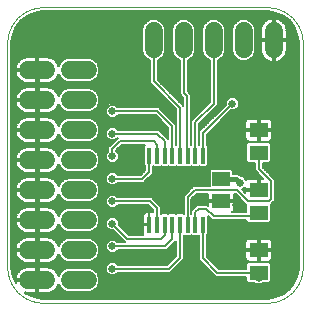
<source format=gbl>
G75*
%MOIN*%
%OFA0B0*%
%FSLAX25Y25*%
%IPPOS*%
%LPD*%
%AMOC8*
5,1,8,0,0,1.08239X$1,22.5*
%
%ADD10C,0.00000*%
%ADD11R,0.05906X0.05118*%
%ADD12R,0.06299X0.05118*%
%ADD13C,0.06000*%
%ADD14R,0.01400X0.05800*%
%ADD15C,0.01600*%
%ADD16C,0.02600*%
%ADD17C,0.00600*%
%ADD18C,0.00800*%
D10*
X0004500Y0013111D02*
X0004500Y0087914D01*
X0004503Y0088199D01*
X0004514Y0088485D01*
X0004531Y0088770D01*
X0004555Y0089054D01*
X0004586Y0089338D01*
X0004624Y0089621D01*
X0004669Y0089902D01*
X0004720Y0090183D01*
X0004778Y0090463D01*
X0004843Y0090741D01*
X0004915Y0091017D01*
X0004993Y0091291D01*
X0005078Y0091564D01*
X0005170Y0091834D01*
X0005268Y0092102D01*
X0005372Y0092368D01*
X0005483Y0092631D01*
X0005600Y0092891D01*
X0005723Y0093149D01*
X0005853Y0093403D01*
X0005989Y0093654D01*
X0006130Y0093902D01*
X0006278Y0094146D01*
X0006431Y0094387D01*
X0006591Y0094623D01*
X0006756Y0094856D01*
X0006926Y0095085D01*
X0007102Y0095310D01*
X0007284Y0095530D01*
X0007470Y0095746D01*
X0007662Y0095957D01*
X0007859Y0096164D01*
X0008061Y0096366D01*
X0008268Y0096563D01*
X0008479Y0096755D01*
X0008695Y0096941D01*
X0008915Y0097123D01*
X0009140Y0097299D01*
X0009369Y0097469D01*
X0009602Y0097634D01*
X0009838Y0097794D01*
X0010079Y0097947D01*
X0010323Y0098095D01*
X0010571Y0098236D01*
X0010822Y0098372D01*
X0011076Y0098502D01*
X0011334Y0098625D01*
X0011594Y0098742D01*
X0011857Y0098853D01*
X0012123Y0098957D01*
X0012391Y0099055D01*
X0012661Y0099147D01*
X0012934Y0099232D01*
X0013208Y0099310D01*
X0013484Y0099382D01*
X0013762Y0099447D01*
X0014042Y0099505D01*
X0014323Y0099556D01*
X0014604Y0099601D01*
X0014887Y0099639D01*
X0015171Y0099670D01*
X0015455Y0099694D01*
X0015740Y0099711D01*
X0016026Y0099722D01*
X0016311Y0099725D01*
X0091114Y0099725D01*
X0091399Y0099722D01*
X0091685Y0099711D01*
X0091970Y0099694D01*
X0092254Y0099670D01*
X0092538Y0099639D01*
X0092821Y0099601D01*
X0093102Y0099556D01*
X0093383Y0099505D01*
X0093663Y0099447D01*
X0093941Y0099382D01*
X0094217Y0099310D01*
X0094491Y0099232D01*
X0094764Y0099147D01*
X0095034Y0099055D01*
X0095302Y0098957D01*
X0095568Y0098853D01*
X0095831Y0098742D01*
X0096091Y0098625D01*
X0096349Y0098502D01*
X0096603Y0098372D01*
X0096854Y0098236D01*
X0097102Y0098095D01*
X0097346Y0097947D01*
X0097587Y0097794D01*
X0097823Y0097634D01*
X0098056Y0097469D01*
X0098285Y0097299D01*
X0098510Y0097123D01*
X0098730Y0096941D01*
X0098946Y0096755D01*
X0099157Y0096563D01*
X0099364Y0096366D01*
X0099566Y0096164D01*
X0099763Y0095957D01*
X0099955Y0095746D01*
X0100141Y0095530D01*
X0100323Y0095310D01*
X0100499Y0095085D01*
X0100669Y0094856D01*
X0100834Y0094623D01*
X0100994Y0094387D01*
X0101147Y0094146D01*
X0101295Y0093902D01*
X0101436Y0093654D01*
X0101572Y0093403D01*
X0101702Y0093149D01*
X0101825Y0092891D01*
X0101942Y0092631D01*
X0102053Y0092368D01*
X0102157Y0092102D01*
X0102255Y0091834D01*
X0102347Y0091564D01*
X0102432Y0091291D01*
X0102510Y0091017D01*
X0102582Y0090741D01*
X0102647Y0090463D01*
X0102705Y0090183D01*
X0102756Y0089902D01*
X0102801Y0089621D01*
X0102839Y0089338D01*
X0102870Y0089054D01*
X0102894Y0088770D01*
X0102911Y0088485D01*
X0102922Y0088199D01*
X0102925Y0087914D01*
X0102925Y0013111D01*
X0102922Y0012826D01*
X0102911Y0012540D01*
X0102894Y0012255D01*
X0102870Y0011971D01*
X0102839Y0011687D01*
X0102801Y0011404D01*
X0102756Y0011123D01*
X0102705Y0010842D01*
X0102647Y0010562D01*
X0102582Y0010284D01*
X0102510Y0010008D01*
X0102432Y0009734D01*
X0102347Y0009461D01*
X0102255Y0009191D01*
X0102157Y0008923D01*
X0102053Y0008657D01*
X0101942Y0008394D01*
X0101825Y0008134D01*
X0101702Y0007876D01*
X0101572Y0007622D01*
X0101436Y0007371D01*
X0101295Y0007123D01*
X0101147Y0006879D01*
X0100994Y0006638D01*
X0100834Y0006402D01*
X0100669Y0006169D01*
X0100499Y0005940D01*
X0100323Y0005715D01*
X0100141Y0005495D01*
X0099955Y0005279D01*
X0099763Y0005068D01*
X0099566Y0004861D01*
X0099364Y0004659D01*
X0099157Y0004462D01*
X0098946Y0004270D01*
X0098730Y0004084D01*
X0098510Y0003902D01*
X0098285Y0003726D01*
X0098056Y0003556D01*
X0097823Y0003391D01*
X0097587Y0003231D01*
X0097346Y0003078D01*
X0097102Y0002930D01*
X0096854Y0002789D01*
X0096603Y0002653D01*
X0096349Y0002523D01*
X0096091Y0002400D01*
X0095831Y0002283D01*
X0095568Y0002172D01*
X0095302Y0002068D01*
X0095034Y0001970D01*
X0094764Y0001878D01*
X0094491Y0001793D01*
X0094217Y0001715D01*
X0093941Y0001643D01*
X0093663Y0001578D01*
X0093383Y0001520D01*
X0093102Y0001469D01*
X0092821Y0001424D01*
X0092538Y0001386D01*
X0092254Y0001355D01*
X0091970Y0001331D01*
X0091685Y0001314D01*
X0091399Y0001303D01*
X0091114Y0001300D01*
X0016311Y0001300D01*
X0016026Y0001303D01*
X0015740Y0001314D01*
X0015455Y0001331D01*
X0015171Y0001355D01*
X0014887Y0001386D01*
X0014604Y0001424D01*
X0014323Y0001469D01*
X0014042Y0001520D01*
X0013762Y0001578D01*
X0013484Y0001643D01*
X0013208Y0001715D01*
X0012934Y0001793D01*
X0012661Y0001878D01*
X0012391Y0001970D01*
X0012123Y0002068D01*
X0011857Y0002172D01*
X0011594Y0002283D01*
X0011334Y0002400D01*
X0011076Y0002523D01*
X0010822Y0002653D01*
X0010571Y0002789D01*
X0010323Y0002930D01*
X0010079Y0003078D01*
X0009838Y0003231D01*
X0009602Y0003391D01*
X0009369Y0003556D01*
X0009140Y0003726D01*
X0008915Y0003902D01*
X0008695Y0004084D01*
X0008479Y0004270D01*
X0008268Y0004462D01*
X0008061Y0004659D01*
X0007859Y0004861D01*
X0007662Y0005068D01*
X0007470Y0005279D01*
X0007284Y0005495D01*
X0007102Y0005715D01*
X0006926Y0005940D01*
X0006756Y0006169D01*
X0006591Y0006402D01*
X0006431Y0006638D01*
X0006278Y0006879D01*
X0006130Y0007123D01*
X0005989Y0007371D01*
X0005853Y0007622D01*
X0005723Y0007876D01*
X0005600Y0008134D01*
X0005483Y0008394D01*
X0005372Y0008657D01*
X0005268Y0008923D01*
X0005170Y0009191D01*
X0005078Y0009461D01*
X0004993Y0009734D01*
X0004915Y0010008D01*
X0004843Y0010284D01*
X0004778Y0010562D01*
X0004720Y0010842D01*
X0004669Y0011123D01*
X0004624Y0011404D01*
X0004586Y0011687D01*
X0004555Y0011971D01*
X0004531Y0012255D01*
X0004514Y0012540D01*
X0004503Y0012826D01*
X0004500Y0013111D01*
D11*
X0075750Y0035060D03*
X0075750Y0042540D03*
D12*
X0088250Y0038790D03*
X0088250Y0031310D03*
X0088250Y0018790D03*
X0088250Y0011310D03*
X0088250Y0051310D03*
X0088250Y0058790D03*
D13*
X0083250Y0085800D02*
X0083250Y0091800D01*
X0073250Y0091800D02*
X0073250Y0085800D01*
X0063250Y0085800D02*
X0063250Y0091800D01*
X0053250Y0091800D02*
X0053250Y0085800D01*
X0031250Y0078800D02*
X0025250Y0078800D01*
X0017500Y0078800D02*
X0011500Y0078800D01*
X0011500Y0068800D02*
X0017500Y0068800D01*
X0025250Y0068800D02*
X0031250Y0068800D01*
X0031250Y0058800D02*
X0025250Y0058800D01*
X0017500Y0058800D02*
X0011500Y0058800D01*
X0011500Y0048800D02*
X0017500Y0048800D01*
X0025250Y0048800D02*
X0031250Y0048800D01*
X0031250Y0038800D02*
X0025250Y0038800D01*
X0017500Y0038800D02*
X0011500Y0038800D01*
X0011500Y0028800D02*
X0017500Y0028800D01*
X0025250Y0028800D02*
X0031250Y0028800D01*
X0031250Y0018800D02*
X0025250Y0018800D01*
X0017500Y0018800D02*
X0011500Y0018800D01*
X0011500Y0008800D02*
X0017500Y0008800D01*
X0025250Y0008800D02*
X0031250Y0008800D01*
X0093250Y0085800D02*
X0093250Y0091800D01*
D14*
X0069750Y0050300D03*
X0067150Y0050300D03*
X0064550Y0050300D03*
X0062050Y0050300D03*
X0059450Y0050300D03*
X0056950Y0050300D03*
X0054350Y0050300D03*
X0051750Y0050300D03*
X0051750Y0027300D03*
X0054350Y0027300D03*
X0056950Y0027300D03*
X0059450Y0027300D03*
X0062050Y0027300D03*
X0064550Y0027300D03*
X0067150Y0027300D03*
X0069750Y0027300D03*
D15*
X0082000Y0041300D02*
X0080750Y0042550D01*
X0080740Y0042540D01*
X0075750Y0042540D01*
X0088250Y0050050D02*
X0088250Y0051310D01*
X0088250Y0031310D02*
X0088250Y0030060D01*
X0088250Y0011310D02*
X0088250Y0010050D01*
X0088250Y0009538D01*
X0014500Y0008800D02*
X0014500Y0018800D01*
X0014500Y0028800D01*
X0014500Y0038800D01*
X0014500Y0048800D01*
X0014500Y0058800D01*
X0014500Y0068800D01*
X0014500Y0078800D01*
D16*
X0039500Y0065050D03*
X0039500Y0057550D03*
X0039500Y0050050D03*
X0039500Y0042550D03*
X0039500Y0035050D03*
X0039500Y0027550D03*
X0039500Y0020050D03*
X0039500Y0012550D03*
X0080750Y0026300D03*
X0080750Y0033800D03*
X0082000Y0041300D03*
X0088250Y0050050D03*
X0079500Y0067550D03*
X0088250Y0030060D03*
X0088250Y0009538D03*
D17*
X0007296Y0007857D02*
X0006946Y0008339D01*
X0005929Y0011467D01*
X0005800Y0013111D01*
X0005800Y0087914D01*
X0005929Y0089558D01*
X0006946Y0092686D01*
X0008879Y0095347D01*
X0011539Y0097280D01*
X0014667Y0098296D01*
X0016311Y0098425D01*
X0091114Y0098425D01*
X0092758Y0098296D01*
X0095886Y0097280D01*
X0098547Y0095347D01*
X0100480Y0092686D01*
X0101496Y0089558D01*
X0101625Y0087914D01*
X0101625Y0013111D01*
X0101496Y0011467D01*
X0100480Y0008339D01*
X0098547Y0005679D01*
X0095886Y0003746D01*
X0092758Y0002729D01*
X0091114Y0002600D01*
X0016311Y0002600D01*
X0014667Y0002729D01*
X0011539Y0003746D01*
X0010243Y0004687D01*
X0010493Y0004606D01*
X0011162Y0004500D01*
X0014200Y0004500D01*
X0014200Y0008500D01*
X0014800Y0008500D01*
X0014800Y0004500D01*
X0017838Y0004500D01*
X0018507Y0004606D01*
X0019151Y0004815D01*
X0019754Y0005122D01*
X0020301Y0005520D01*
X0020780Y0005999D01*
X0021178Y0006546D01*
X0021485Y0007149D01*
X0021585Y0007457D01*
X0021944Y0006591D01*
X0023041Y0005494D01*
X0024474Y0004900D01*
X0032026Y0004900D01*
X0033459Y0005494D01*
X0034556Y0006591D01*
X0035150Y0008024D01*
X0035150Y0009576D01*
X0034556Y0011009D01*
X0033459Y0012106D01*
X0032026Y0012700D01*
X0024474Y0012700D01*
X0023041Y0012106D01*
X0021944Y0011009D01*
X0021585Y0010143D01*
X0021485Y0010451D01*
X0021178Y0011054D01*
X0020780Y0011601D01*
X0020301Y0012080D01*
X0019754Y0012478D01*
X0019151Y0012785D01*
X0018507Y0012994D01*
X0017838Y0013100D01*
X0014800Y0013100D01*
X0014800Y0009100D01*
X0014200Y0009100D01*
X0014200Y0013100D01*
X0011162Y0013100D01*
X0010493Y0012994D01*
X0009849Y0012785D01*
X0009246Y0012478D01*
X0008699Y0012080D01*
X0008220Y0011601D01*
X0007822Y0011054D01*
X0007515Y0010451D01*
X0007306Y0009807D01*
X0007200Y0009138D01*
X0007200Y0009100D01*
X0014200Y0009100D01*
X0014200Y0008500D01*
X0007200Y0008500D01*
X0007200Y0008462D01*
X0007296Y0007857D01*
X0007292Y0007884D02*
X0007277Y0007884D01*
X0007200Y0008482D02*
X0006899Y0008482D01*
X0006705Y0009081D02*
X0014200Y0009081D01*
X0014200Y0009679D02*
X0014800Y0009679D01*
X0014800Y0010278D02*
X0014200Y0010278D01*
X0014200Y0010876D02*
X0014800Y0010876D01*
X0014800Y0011475D02*
X0014200Y0011475D01*
X0014200Y0012073D02*
X0014800Y0012073D01*
X0014800Y0012672D02*
X0014200Y0012672D01*
X0014200Y0014500D02*
X0014200Y0018500D01*
X0014800Y0018500D01*
X0014800Y0014500D01*
X0017838Y0014500D01*
X0018507Y0014606D01*
X0019151Y0014815D01*
X0019754Y0015122D01*
X0020301Y0015520D01*
X0020780Y0015999D01*
X0021178Y0016546D01*
X0021485Y0017149D01*
X0021585Y0017457D01*
X0021944Y0016591D01*
X0023041Y0015494D01*
X0024474Y0014900D01*
X0032026Y0014900D01*
X0033459Y0015494D01*
X0034556Y0016591D01*
X0035150Y0018024D01*
X0035150Y0019576D01*
X0034556Y0021009D01*
X0033459Y0022106D01*
X0032026Y0022700D01*
X0024474Y0022700D01*
X0023041Y0022106D01*
X0021944Y0021009D01*
X0021585Y0020143D01*
X0021485Y0020451D01*
X0021178Y0021054D01*
X0020780Y0021601D01*
X0020301Y0022080D01*
X0019754Y0022478D01*
X0019151Y0022785D01*
X0018507Y0022994D01*
X0017838Y0023100D01*
X0014800Y0023100D01*
X0014800Y0019100D01*
X0014200Y0019100D01*
X0014200Y0023100D01*
X0011162Y0023100D01*
X0010493Y0022994D01*
X0009849Y0022785D01*
X0009246Y0022478D01*
X0008699Y0022080D01*
X0008220Y0021601D01*
X0007822Y0021054D01*
X0007515Y0020451D01*
X0007306Y0019807D01*
X0007200Y0019138D01*
X0007200Y0019100D01*
X0014200Y0019100D01*
X0014200Y0018500D01*
X0007200Y0018500D01*
X0007200Y0018462D01*
X0007306Y0017793D01*
X0007515Y0017149D01*
X0007822Y0016546D01*
X0008220Y0015999D01*
X0008699Y0015520D01*
X0009246Y0015122D01*
X0009849Y0014815D01*
X0010493Y0014606D01*
X0011162Y0014500D01*
X0014200Y0014500D01*
X0014200Y0015066D02*
X0014800Y0015066D01*
X0014800Y0015664D02*
X0014200Y0015664D01*
X0014200Y0016263D02*
X0014800Y0016263D01*
X0014800Y0016861D02*
X0014200Y0016861D01*
X0014200Y0017460D02*
X0014800Y0017460D01*
X0014800Y0018058D02*
X0014200Y0018058D01*
X0014200Y0018657D02*
X0005800Y0018657D01*
X0005800Y0019255D02*
X0007219Y0019255D01*
X0007321Y0019854D02*
X0005800Y0019854D01*
X0005800Y0020452D02*
X0007516Y0020452D01*
X0007821Y0021051D02*
X0005800Y0021051D01*
X0005800Y0021649D02*
X0008268Y0021649D01*
X0008930Y0022248D02*
X0005800Y0022248D01*
X0005800Y0022846D02*
X0010039Y0022846D01*
X0010493Y0024606D02*
X0011162Y0024500D01*
X0014200Y0024500D01*
X0014200Y0028500D01*
X0014800Y0028500D01*
X0014800Y0024500D01*
X0017838Y0024500D01*
X0018507Y0024606D01*
X0019151Y0024815D01*
X0019754Y0025122D01*
X0020301Y0025520D01*
X0020780Y0025999D01*
X0021178Y0026546D01*
X0021485Y0027149D01*
X0021585Y0027457D01*
X0021944Y0026591D01*
X0023041Y0025494D01*
X0024474Y0024900D01*
X0032026Y0024900D01*
X0033459Y0025494D01*
X0034556Y0026591D01*
X0035150Y0028024D01*
X0035150Y0029576D01*
X0034556Y0031009D01*
X0033459Y0032106D01*
X0032026Y0032700D01*
X0024474Y0032700D01*
X0023041Y0032106D01*
X0021944Y0031009D01*
X0021585Y0030143D01*
X0021485Y0030451D01*
X0021178Y0031054D01*
X0020780Y0031601D01*
X0020301Y0032080D01*
X0019754Y0032478D01*
X0019151Y0032785D01*
X0018507Y0032994D01*
X0017838Y0033100D01*
X0014800Y0033100D01*
X0014800Y0029100D01*
X0014200Y0029100D01*
X0014200Y0033100D01*
X0011162Y0033100D01*
X0010493Y0032994D01*
X0009849Y0032785D01*
X0009246Y0032478D01*
X0008699Y0032080D01*
X0008220Y0031601D01*
X0007822Y0031054D01*
X0007515Y0030451D01*
X0007306Y0029807D01*
X0007200Y0029138D01*
X0007200Y0029100D01*
X0014200Y0029100D01*
X0014200Y0028500D01*
X0007200Y0028500D01*
X0007200Y0028462D01*
X0007306Y0027793D01*
X0007515Y0027149D01*
X0007822Y0026546D01*
X0008220Y0025999D01*
X0008699Y0025520D01*
X0009246Y0025122D01*
X0009849Y0024815D01*
X0010493Y0024606D01*
X0010382Y0024642D02*
X0005800Y0024642D01*
X0005800Y0025240D02*
X0009084Y0025240D01*
X0008380Y0025839D02*
X0005800Y0025839D01*
X0005800Y0026437D02*
X0007901Y0026437D01*
X0007573Y0027036D02*
X0005800Y0027036D01*
X0005800Y0027634D02*
X0007357Y0027634D01*
X0007236Y0028233D02*
X0005800Y0028233D01*
X0005800Y0028832D02*
X0014200Y0028832D01*
X0014200Y0029430D02*
X0014800Y0029430D01*
X0014800Y0030029D02*
X0014200Y0030029D01*
X0014200Y0030627D02*
X0014800Y0030627D01*
X0014800Y0031226D02*
X0014200Y0031226D01*
X0014200Y0031824D02*
X0014800Y0031824D01*
X0014800Y0032423D02*
X0014200Y0032423D01*
X0014200Y0033021D02*
X0014800Y0033021D01*
X0014800Y0034500D02*
X0017838Y0034500D01*
X0018507Y0034606D01*
X0019151Y0034815D01*
X0019754Y0035122D01*
X0020301Y0035520D01*
X0020780Y0035999D01*
X0021178Y0036546D01*
X0021485Y0037149D01*
X0021585Y0037457D01*
X0021944Y0036591D01*
X0023041Y0035494D01*
X0024474Y0034900D01*
X0032026Y0034900D01*
X0033459Y0035494D01*
X0034556Y0036591D01*
X0035150Y0038024D01*
X0035150Y0039576D01*
X0034556Y0041009D01*
X0033459Y0042106D01*
X0032026Y0042700D01*
X0024474Y0042700D01*
X0023041Y0042106D01*
X0021944Y0041009D01*
X0021585Y0040143D01*
X0021485Y0040451D01*
X0021178Y0041054D01*
X0020780Y0041601D01*
X0020301Y0042080D01*
X0019754Y0042478D01*
X0019151Y0042785D01*
X0018507Y0042994D01*
X0017838Y0043100D01*
X0014800Y0043100D01*
X0014800Y0039100D01*
X0014200Y0039100D01*
X0014200Y0043100D01*
X0011162Y0043100D01*
X0010493Y0042994D01*
X0009849Y0042785D01*
X0009246Y0042478D01*
X0008699Y0042080D01*
X0008220Y0041601D01*
X0007822Y0041054D01*
X0007515Y0040451D01*
X0007306Y0039807D01*
X0007200Y0039138D01*
X0007200Y0039100D01*
X0014200Y0039100D01*
X0014200Y0038500D01*
X0014800Y0038500D01*
X0014800Y0034500D01*
X0014800Y0034817D02*
X0014200Y0034817D01*
X0014200Y0034500D02*
X0014200Y0038500D01*
X0007200Y0038500D01*
X0007200Y0038462D01*
X0007306Y0037793D01*
X0007515Y0037149D01*
X0007822Y0036546D01*
X0008220Y0035999D01*
X0008699Y0035520D01*
X0009246Y0035122D01*
X0009849Y0034815D01*
X0010493Y0034606D01*
X0011162Y0034500D01*
X0014200Y0034500D01*
X0014200Y0035415D02*
X0014800Y0035415D01*
X0014800Y0036014D02*
X0014200Y0036014D01*
X0014200Y0036612D02*
X0014800Y0036612D01*
X0014800Y0037211D02*
X0014200Y0037211D01*
X0014200Y0037809D02*
X0014800Y0037809D01*
X0014800Y0038408D02*
X0014200Y0038408D01*
X0014200Y0039006D02*
X0005800Y0039006D01*
X0005800Y0038408D02*
X0007209Y0038408D01*
X0007303Y0037809D02*
X0005800Y0037809D01*
X0005800Y0037211D02*
X0007495Y0037211D01*
X0007789Y0036612D02*
X0005800Y0036612D01*
X0005800Y0036014D02*
X0008209Y0036014D01*
X0008843Y0035415D02*
X0005800Y0035415D01*
X0005800Y0034817D02*
X0009846Y0034817D01*
X0010664Y0033021D02*
X0005800Y0033021D01*
X0005800Y0032423D02*
X0009170Y0032423D01*
X0008443Y0031824D02*
X0005800Y0031824D01*
X0005800Y0031226D02*
X0007947Y0031226D01*
X0007605Y0030627D02*
X0005800Y0030627D01*
X0005800Y0030029D02*
X0007378Y0030029D01*
X0007246Y0029430D02*
X0005800Y0029430D01*
X0005800Y0033620D02*
X0037819Y0033620D01*
X0037300Y0034139D02*
X0038589Y0032850D01*
X0040411Y0032850D01*
X0041311Y0033750D01*
X0051462Y0033750D01*
X0053050Y0032162D01*
X0053050Y0031355D01*
X0052952Y0031411D01*
X0052621Y0031500D01*
X0051800Y0031500D01*
X0051800Y0027350D01*
X0051700Y0027350D01*
X0051700Y0031500D01*
X0050879Y0031500D01*
X0050548Y0031411D01*
X0050252Y0031240D01*
X0050010Y0030998D01*
X0049839Y0030702D01*
X0049750Y0030371D01*
X0049750Y0027350D01*
X0051700Y0027350D01*
X0051700Y0027250D01*
X0049750Y0027250D01*
X0049750Y0024229D01*
X0049839Y0023898D01*
X0049866Y0023850D01*
X0045038Y0023850D01*
X0041700Y0027188D01*
X0041700Y0028461D01*
X0040411Y0029750D01*
X0038589Y0029750D01*
X0037300Y0028461D01*
X0037300Y0026639D01*
X0038589Y0025350D01*
X0039862Y0025350D01*
X0043862Y0021350D01*
X0041311Y0021350D01*
X0040411Y0022250D01*
X0038589Y0022250D01*
X0037300Y0020961D01*
X0037300Y0019139D01*
X0038589Y0017850D01*
X0040411Y0017850D01*
X0041311Y0018750D01*
X0057538Y0018750D01*
X0058300Y0019512D01*
X0060700Y0021912D01*
X0060700Y0016838D01*
X0057712Y0013850D01*
X0041311Y0013850D01*
X0040411Y0014750D01*
X0038589Y0014750D01*
X0037300Y0013461D01*
X0037300Y0011639D01*
X0038589Y0010350D01*
X0040411Y0010350D01*
X0041311Y0011250D01*
X0058788Y0011250D01*
X0059550Y0012012D01*
X0063300Y0015762D01*
X0063300Y0023677D01*
X0063300Y0023677D01*
X0063477Y0023500D01*
X0065623Y0023500D01*
X0065850Y0023727D01*
X0066077Y0023500D01*
X0068223Y0023500D01*
X0068450Y0023727D01*
X0068450Y0015512D01*
X0073200Y0010762D01*
X0073962Y0010000D01*
X0084200Y0010000D01*
X0084200Y0008378D01*
X0084728Y0007851D01*
X0086826Y0007851D01*
X0087339Y0007338D01*
X0089161Y0007338D01*
X0089674Y0007851D01*
X0091772Y0007851D01*
X0092300Y0008378D01*
X0092300Y0014242D01*
X0091772Y0014769D01*
X0084728Y0014769D01*
X0084200Y0014242D01*
X0084200Y0012600D01*
X0075038Y0012600D01*
X0071050Y0016588D01*
X0071050Y0023727D01*
X0071350Y0024027D01*
X0071350Y0030112D01*
X0071940Y0029521D01*
X0072702Y0028760D01*
X0084200Y0028760D01*
X0084200Y0028378D01*
X0084728Y0027851D01*
X0091772Y0027851D01*
X0092300Y0028378D01*
X0092300Y0033931D01*
X0092352Y0033931D01*
X0093114Y0034693D01*
X0093700Y0035278D01*
X0093700Y0042302D01*
X0089550Y0046452D01*
X0089550Y0047851D01*
X0091772Y0047851D01*
X0092300Y0048378D01*
X0092300Y0054242D01*
X0091772Y0054769D01*
X0084728Y0054769D01*
X0084200Y0054242D01*
X0084200Y0048378D01*
X0084728Y0047851D01*
X0086950Y0047851D01*
X0086950Y0045375D01*
X0089675Y0042649D01*
X0088550Y0042649D01*
X0088550Y0039090D01*
X0087950Y0039090D01*
X0087950Y0038490D01*
X0083800Y0038490D01*
X0083800Y0037955D01*
X0082656Y0039100D01*
X0082911Y0039100D01*
X0083800Y0039989D01*
X0083800Y0039090D01*
X0087950Y0039090D01*
X0087950Y0042649D01*
X0084929Y0042649D01*
X0084599Y0042561D01*
X0084302Y0042389D01*
X0084162Y0042249D01*
X0082911Y0043500D01*
X0082204Y0043500D01*
X0081454Y0044250D01*
X0080046Y0044250D01*
X0080036Y0044240D01*
X0079603Y0044240D01*
X0079603Y0045472D01*
X0079076Y0045999D01*
X0072424Y0045999D01*
X0071897Y0045472D01*
X0071897Y0040100D01*
X0066462Y0040100D01*
X0064012Y0037650D01*
X0063250Y0036888D01*
X0063250Y0030973D01*
X0063123Y0031100D01*
X0060977Y0031100D01*
X0060750Y0030873D01*
X0060523Y0031100D01*
X0058377Y0031100D01*
X0058200Y0030923D01*
X0058023Y0031100D01*
X0055877Y0031100D01*
X0055650Y0030873D01*
X0055650Y0033238D01*
X0053300Y0035588D01*
X0052538Y0036350D01*
X0041311Y0036350D01*
X0040411Y0037250D01*
X0038589Y0037250D01*
X0037300Y0035961D01*
X0037300Y0034139D01*
X0037300Y0034218D02*
X0005800Y0034218D01*
X0005800Y0039605D02*
X0007274Y0039605D01*
X0007435Y0040203D02*
X0005800Y0040203D01*
X0005800Y0040802D02*
X0007694Y0040802D01*
X0008074Y0041400D02*
X0005800Y0041400D01*
X0005800Y0041999D02*
X0008618Y0041999D01*
X0009481Y0042597D02*
X0005800Y0042597D01*
X0005800Y0043196D02*
X0037300Y0043196D01*
X0037300Y0043461D02*
X0037300Y0041639D01*
X0038589Y0040350D01*
X0040411Y0040350D01*
X0041311Y0041250D01*
X0050038Y0041250D01*
X0050800Y0042012D01*
X0053050Y0044262D01*
X0053050Y0046727D01*
X0053277Y0046500D01*
X0055423Y0046500D01*
X0055650Y0046727D01*
X0055877Y0046500D01*
X0058023Y0046500D01*
X0058200Y0046677D01*
X0058377Y0046500D01*
X0060523Y0046500D01*
X0060750Y0046727D01*
X0060977Y0046500D01*
X0063123Y0046500D01*
X0063300Y0046677D01*
X0063477Y0046500D01*
X0065623Y0046500D01*
X0065850Y0046727D01*
X0066077Y0046500D01*
X0068223Y0046500D01*
X0068450Y0046727D01*
X0068677Y0046500D01*
X0070823Y0046500D01*
X0071350Y0047027D01*
X0071350Y0053573D01*
X0071050Y0053873D01*
X0071050Y0057262D01*
X0079138Y0065350D01*
X0080411Y0065350D01*
X0081700Y0066639D01*
X0081700Y0068461D01*
X0080411Y0069750D01*
X0078589Y0069750D01*
X0077300Y0068461D01*
X0077300Y0067188D01*
X0068450Y0058338D01*
X0068450Y0053873D01*
X0068450Y0060912D01*
X0073788Y0066250D01*
X0074550Y0067012D01*
X0074550Y0082117D01*
X0075459Y0082494D01*
X0076556Y0083591D01*
X0077150Y0085024D01*
X0077150Y0092576D01*
X0076556Y0094009D01*
X0075459Y0095106D01*
X0074026Y0095700D01*
X0072474Y0095700D01*
X0071041Y0095106D01*
X0069944Y0094009D01*
X0069350Y0092576D01*
X0069350Y0085024D01*
X0069944Y0083591D01*
X0071041Y0082494D01*
X0071950Y0082117D01*
X0071950Y0068088D01*
X0065850Y0061988D01*
X0065850Y0053873D01*
X0065800Y0053923D01*
X0065800Y0070588D01*
X0065038Y0071350D01*
X0064550Y0071838D01*
X0064550Y0082117D01*
X0065459Y0082494D01*
X0066556Y0083591D01*
X0067150Y0085024D01*
X0067150Y0092576D01*
X0066556Y0094009D01*
X0065459Y0095106D01*
X0064026Y0095700D01*
X0062474Y0095700D01*
X0061041Y0095106D01*
X0059944Y0094009D01*
X0059350Y0092576D01*
X0059350Y0085024D01*
X0059944Y0083591D01*
X0061041Y0082494D01*
X0061950Y0082117D01*
X0061950Y0070762D01*
X0062712Y0070000D01*
X0063200Y0069512D01*
X0063200Y0066938D01*
X0062588Y0067550D01*
X0054550Y0075588D01*
X0054550Y0082117D01*
X0055459Y0082494D01*
X0056556Y0083591D01*
X0057150Y0085024D01*
X0057150Y0092576D01*
X0056556Y0094009D01*
X0055459Y0095106D01*
X0054026Y0095700D01*
X0052474Y0095700D01*
X0051041Y0095106D01*
X0049944Y0094009D01*
X0049350Y0092576D01*
X0049350Y0085024D01*
X0049944Y0083591D01*
X0051041Y0082494D01*
X0051950Y0082117D01*
X0051950Y0074512D01*
X0052712Y0073750D01*
X0060750Y0065712D01*
X0060750Y0053873D01*
X0060750Y0060638D01*
X0055800Y0065588D01*
X0055038Y0066350D01*
X0041311Y0066350D01*
X0040411Y0067250D01*
X0038589Y0067250D01*
X0037300Y0065961D01*
X0037300Y0064139D01*
X0038589Y0062850D01*
X0040411Y0062850D01*
X0041311Y0063750D01*
X0053962Y0063750D01*
X0058150Y0059562D01*
X0058150Y0055738D01*
X0055800Y0058088D01*
X0055038Y0058850D01*
X0041311Y0058850D01*
X0040411Y0059750D01*
X0038589Y0059750D01*
X0037300Y0058461D01*
X0037300Y0056639D01*
X0038589Y0055350D01*
X0040411Y0055350D01*
X0041311Y0056250D01*
X0041362Y0056250D01*
X0040700Y0055588D01*
X0038962Y0053850D01*
X0038200Y0053088D01*
X0038200Y0051861D01*
X0037300Y0050961D01*
X0037300Y0049139D01*
X0038589Y0047850D01*
X0040411Y0047850D01*
X0041700Y0049139D01*
X0041700Y0050961D01*
X0040800Y0051861D01*
X0040800Y0052012D01*
X0042538Y0053750D01*
X0050327Y0053750D01*
X0050150Y0053573D01*
X0050150Y0047027D01*
X0050450Y0046727D01*
X0050450Y0045338D01*
X0048962Y0043850D01*
X0041311Y0043850D01*
X0040411Y0044750D01*
X0038589Y0044750D01*
X0037300Y0043461D01*
X0037633Y0043794D02*
X0005800Y0043794D01*
X0005800Y0044393D02*
X0038232Y0044393D01*
X0037300Y0042597D02*
X0032274Y0042597D01*
X0033567Y0041999D02*
X0037300Y0041999D01*
X0037538Y0041400D02*
X0034165Y0041400D01*
X0034642Y0040802D02*
X0038137Y0040802D01*
X0040863Y0040802D02*
X0071897Y0040802D01*
X0071897Y0041400D02*
X0050189Y0041400D01*
X0050787Y0041999D02*
X0071897Y0041999D01*
X0071897Y0042597D02*
X0051386Y0042597D01*
X0051984Y0043196D02*
X0071897Y0043196D01*
X0071897Y0043794D02*
X0052583Y0043794D01*
X0053050Y0044393D02*
X0071897Y0044393D01*
X0071897Y0044991D02*
X0053050Y0044991D01*
X0053050Y0045590D02*
X0072015Y0045590D01*
X0071110Y0046787D02*
X0086950Y0046787D01*
X0086950Y0047385D02*
X0071350Y0047385D01*
X0071350Y0047984D02*
X0084595Y0047984D01*
X0084200Y0048582D02*
X0071350Y0048582D01*
X0071350Y0049181D02*
X0084200Y0049181D01*
X0084200Y0049779D02*
X0071350Y0049779D01*
X0071350Y0050378D02*
X0084200Y0050378D01*
X0084200Y0050976D02*
X0071350Y0050976D01*
X0071350Y0051575D02*
X0084200Y0051575D01*
X0084200Y0052173D02*
X0071350Y0052173D01*
X0071350Y0052772D02*
X0084200Y0052772D01*
X0084200Y0053370D02*
X0071350Y0053370D01*
X0071050Y0053969D02*
X0084200Y0053969D01*
X0084526Y0054568D02*
X0071050Y0054568D01*
X0071050Y0055166D02*
X0084345Y0055166D01*
X0084302Y0055191D02*
X0084599Y0055020D01*
X0084929Y0054931D01*
X0087950Y0054931D01*
X0087950Y0058490D01*
X0088550Y0058490D01*
X0088550Y0054931D01*
X0091571Y0054931D01*
X0091901Y0055020D01*
X0092198Y0055191D01*
X0092440Y0055433D01*
X0092611Y0055729D01*
X0092700Y0056060D01*
X0092700Y0058490D01*
X0088550Y0058490D01*
X0088550Y0059090D01*
X0092700Y0059090D01*
X0092700Y0061520D01*
X0092611Y0061851D01*
X0092440Y0062147D01*
X0092198Y0062389D01*
X0091901Y0062561D01*
X0091571Y0062649D01*
X0088550Y0062649D01*
X0088550Y0059090D01*
X0087950Y0059090D01*
X0087950Y0058490D01*
X0083800Y0058490D01*
X0083800Y0056060D01*
X0083889Y0055729D01*
X0084060Y0055433D01*
X0084302Y0055191D01*
X0083880Y0055765D02*
X0071050Y0055765D01*
X0071050Y0056363D02*
X0083800Y0056363D01*
X0083800Y0056962D02*
X0071050Y0056962D01*
X0071349Y0057560D02*
X0083800Y0057560D01*
X0083800Y0058159D02*
X0071947Y0058159D01*
X0072546Y0058757D02*
X0087950Y0058757D01*
X0087950Y0059090D02*
X0083800Y0059090D01*
X0083800Y0061520D01*
X0083889Y0061851D01*
X0084060Y0062147D01*
X0084302Y0062389D01*
X0084599Y0062561D01*
X0084929Y0062649D01*
X0087950Y0062649D01*
X0087950Y0059090D01*
X0087950Y0059356D02*
X0088550Y0059356D01*
X0088550Y0059954D02*
X0087950Y0059954D01*
X0087950Y0060553D02*
X0088550Y0060553D01*
X0088550Y0061151D02*
X0087950Y0061151D01*
X0087950Y0061750D02*
X0088550Y0061750D01*
X0088550Y0062348D02*
X0087950Y0062348D01*
X0088550Y0058757D02*
X0101625Y0058757D01*
X0101625Y0058159D02*
X0092700Y0058159D01*
X0092700Y0057560D02*
X0101625Y0057560D01*
X0101625Y0056962D02*
X0092700Y0056962D01*
X0092700Y0056363D02*
X0101625Y0056363D01*
X0101625Y0055765D02*
X0092620Y0055765D01*
X0092155Y0055166D02*
X0101625Y0055166D01*
X0101625Y0054568D02*
X0091974Y0054568D01*
X0092300Y0053969D02*
X0101625Y0053969D01*
X0101625Y0053370D02*
X0092300Y0053370D01*
X0092300Y0052772D02*
X0101625Y0052772D01*
X0101625Y0052173D02*
X0092300Y0052173D01*
X0092300Y0051575D02*
X0101625Y0051575D01*
X0101625Y0050976D02*
X0092300Y0050976D01*
X0092300Y0050378D02*
X0101625Y0050378D01*
X0101625Y0049779D02*
X0092300Y0049779D01*
X0092300Y0049181D02*
X0101625Y0049181D01*
X0101625Y0048582D02*
X0092300Y0048582D01*
X0091905Y0047984D02*
X0101625Y0047984D01*
X0101625Y0047385D02*
X0089550Y0047385D01*
X0089550Y0046787D02*
X0101625Y0046787D01*
X0101625Y0046188D02*
X0089813Y0046188D01*
X0090412Y0045590D02*
X0101625Y0045590D01*
X0101625Y0044991D02*
X0091010Y0044991D01*
X0091609Y0044393D02*
X0101625Y0044393D01*
X0101625Y0043794D02*
X0092207Y0043794D01*
X0092806Y0043196D02*
X0101625Y0043196D01*
X0101625Y0042597D02*
X0093404Y0042597D01*
X0093700Y0041999D02*
X0101625Y0041999D01*
X0101625Y0041400D02*
X0093700Y0041400D01*
X0093700Y0040802D02*
X0101625Y0040802D01*
X0101625Y0040203D02*
X0093700Y0040203D01*
X0093700Y0039605D02*
X0101625Y0039605D01*
X0101625Y0039006D02*
X0093700Y0039006D01*
X0093700Y0038408D02*
X0101625Y0038408D01*
X0101625Y0037809D02*
X0093700Y0037809D01*
X0093700Y0037211D02*
X0101625Y0037211D01*
X0101625Y0036612D02*
X0093700Y0036612D01*
X0093700Y0036014D02*
X0101625Y0036014D01*
X0101625Y0035415D02*
X0093700Y0035415D01*
X0093238Y0034817D02*
X0101625Y0034817D01*
X0101625Y0034218D02*
X0092639Y0034218D01*
X0092300Y0033620D02*
X0101625Y0033620D01*
X0101625Y0033021D02*
X0092300Y0033021D01*
X0092300Y0032423D02*
X0101625Y0032423D01*
X0101625Y0031824D02*
X0092300Y0031824D01*
X0092300Y0031226D02*
X0101625Y0031226D01*
X0101625Y0030627D02*
X0092300Y0030627D01*
X0092300Y0030029D02*
X0101625Y0030029D01*
X0101625Y0029430D02*
X0092300Y0029430D01*
X0092300Y0028832D02*
X0101625Y0028832D01*
X0101625Y0028233D02*
X0092155Y0028233D01*
X0091571Y0022649D02*
X0088550Y0022649D01*
X0088550Y0019090D01*
X0092700Y0019090D01*
X0092700Y0021520D01*
X0092611Y0021851D01*
X0092440Y0022147D01*
X0092198Y0022389D01*
X0091901Y0022561D01*
X0091571Y0022649D01*
X0092339Y0022248D02*
X0101625Y0022248D01*
X0101625Y0022846D02*
X0071050Y0022846D01*
X0071050Y0022248D02*
X0084161Y0022248D01*
X0084060Y0022147D02*
X0083889Y0021851D01*
X0083800Y0021520D01*
X0083800Y0019090D01*
X0087950Y0019090D01*
X0087950Y0018490D01*
X0088550Y0018490D01*
X0088550Y0014931D01*
X0091571Y0014931D01*
X0091901Y0015020D01*
X0092198Y0015191D01*
X0092440Y0015433D01*
X0092611Y0015729D01*
X0092700Y0016060D01*
X0092700Y0018490D01*
X0088550Y0018490D01*
X0088550Y0019090D01*
X0087950Y0019090D01*
X0087950Y0022649D01*
X0084929Y0022649D01*
X0084599Y0022561D01*
X0084302Y0022389D01*
X0084060Y0022147D01*
X0083835Y0021649D02*
X0071050Y0021649D01*
X0071050Y0021051D02*
X0083800Y0021051D01*
X0083800Y0020452D02*
X0071050Y0020452D01*
X0071050Y0019854D02*
X0083800Y0019854D01*
X0083800Y0019255D02*
X0071050Y0019255D01*
X0071050Y0018657D02*
X0087950Y0018657D01*
X0087950Y0018490D02*
X0083800Y0018490D01*
X0083800Y0016060D01*
X0083889Y0015729D01*
X0084060Y0015433D01*
X0084302Y0015191D01*
X0084599Y0015020D01*
X0084929Y0014931D01*
X0087950Y0014931D01*
X0087950Y0018490D01*
X0087950Y0018058D02*
X0088550Y0018058D01*
X0088550Y0017460D02*
X0087950Y0017460D01*
X0087950Y0016861D02*
X0088550Y0016861D01*
X0088550Y0016263D02*
X0087950Y0016263D01*
X0087950Y0015664D02*
X0088550Y0015664D01*
X0088550Y0015066D02*
X0087950Y0015066D01*
X0084519Y0015066D02*
X0072573Y0015066D01*
X0073171Y0014467D02*
X0084426Y0014467D01*
X0084200Y0013869D02*
X0073770Y0013869D01*
X0074368Y0013270D02*
X0084200Y0013270D01*
X0084200Y0012672D02*
X0074967Y0012672D01*
X0073085Y0010876D02*
X0040937Y0010876D01*
X0038063Y0010876D02*
X0034611Y0010876D01*
X0034859Y0010278D02*
X0073684Y0010278D01*
X0072487Y0011475D02*
X0059013Y0011475D01*
X0059612Y0012073D02*
X0071888Y0012073D01*
X0071290Y0012672D02*
X0060210Y0012672D01*
X0060809Y0013270D02*
X0070691Y0013270D01*
X0070093Y0013869D02*
X0061407Y0013869D01*
X0062006Y0014467D02*
X0069494Y0014467D01*
X0068896Y0015066D02*
X0062604Y0015066D01*
X0063203Y0015664D02*
X0068450Y0015664D01*
X0068450Y0016263D02*
X0063300Y0016263D01*
X0063300Y0016861D02*
X0068450Y0016861D01*
X0068450Y0017460D02*
X0063300Y0017460D01*
X0063300Y0018058D02*
X0068450Y0018058D01*
X0068450Y0018657D02*
X0063300Y0018657D01*
X0063300Y0019255D02*
X0068450Y0019255D01*
X0068450Y0019854D02*
X0063300Y0019854D01*
X0063300Y0020452D02*
X0068450Y0020452D01*
X0068450Y0021051D02*
X0063300Y0021051D01*
X0063300Y0021649D02*
X0068450Y0021649D01*
X0068450Y0022248D02*
X0063300Y0022248D01*
X0063300Y0022846D02*
X0068450Y0022846D01*
X0068450Y0023445D02*
X0063300Y0023445D01*
X0060700Y0021649D02*
X0060438Y0021649D01*
X0060700Y0021051D02*
X0059839Y0021051D01*
X0059241Y0020452D02*
X0060700Y0020452D01*
X0060700Y0019854D02*
X0058642Y0019854D01*
X0058044Y0019255D02*
X0060700Y0019255D01*
X0060700Y0018657D02*
X0041218Y0018657D01*
X0040620Y0018058D02*
X0060700Y0018058D01*
X0060700Y0017460D02*
X0034916Y0017460D01*
X0035150Y0018058D02*
X0038380Y0018058D01*
X0037782Y0018657D02*
X0035150Y0018657D01*
X0035150Y0019255D02*
X0037300Y0019255D01*
X0037300Y0019854D02*
X0035035Y0019854D01*
X0034787Y0020452D02*
X0037300Y0020452D01*
X0037390Y0021051D02*
X0034515Y0021051D01*
X0033916Y0021649D02*
X0037988Y0021649D01*
X0038587Y0022248D02*
X0033117Y0022248D01*
X0032848Y0025240D02*
X0039971Y0025240D01*
X0040570Y0024642D02*
X0018618Y0024642D01*
X0018961Y0022846D02*
X0042365Y0022846D01*
X0042964Y0022248D02*
X0040413Y0022248D01*
X0041012Y0021649D02*
X0043562Y0021649D01*
X0041767Y0023445D02*
X0005800Y0023445D01*
X0005800Y0024043D02*
X0041168Y0024043D01*
X0043049Y0025839D02*
X0049750Y0025839D01*
X0049750Y0026437D02*
X0042451Y0026437D01*
X0041852Y0027036D02*
X0049750Y0027036D01*
X0049750Y0027634D02*
X0041700Y0027634D01*
X0041700Y0028233D02*
X0049750Y0028233D01*
X0049750Y0028832D02*
X0041330Y0028832D01*
X0040731Y0029430D02*
X0049750Y0029430D01*
X0049750Y0030029D02*
X0034962Y0030029D01*
X0035150Y0029430D02*
X0038269Y0029430D01*
X0037670Y0028832D02*
X0035150Y0028832D01*
X0035150Y0028233D02*
X0037300Y0028233D01*
X0037300Y0027634D02*
X0034989Y0027634D01*
X0034741Y0027036D02*
X0037300Y0027036D01*
X0037501Y0026437D02*
X0034403Y0026437D01*
X0033804Y0025839D02*
X0038100Y0025839D01*
X0034715Y0030627D02*
X0049819Y0030627D01*
X0050237Y0031226D02*
X0034340Y0031226D01*
X0033741Y0031824D02*
X0053050Y0031824D01*
X0052789Y0032423D02*
X0032695Y0032423D01*
X0033269Y0035415D02*
X0037300Y0035415D01*
X0037300Y0034817D02*
X0019154Y0034817D01*
X0020157Y0035415D02*
X0023231Y0035415D01*
X0022521Y0036014D02*
X0020791Y0036014D01*
X0021211Y0036612D02*
X0021935Y0036612D01*
X0021687Y0037211D02*
X0021505Y0037211D01*
X0021565Y0040203D02*
X0021610Y0040203D01*
X0021858Y0040802D02*
X0021306Y0040802D01*
X0020926Y0041400D02*
X0022335Y0041400D01*
X0022933Y0041999D02*
X0020382Y0041999D01*
X0019519Y0042597D02*
X0024226Y0042597D01*
X0024474Y0044900D02*
X0032026Y0044900D01*
X0033459Y0045494D01*
X0034556Y0046591D01*
X0035150Y0048024D01*
X0035150Y0049576D01*
X0034556Y0051009D01*
X0033459Y0052106D01*
X0032026Y0052700D01*
X0024474Y0052700D01*
X0023041Y0052106D01*
X0021944Y0051009D01*
X0021585Y0050143D01*
X0021485Y0050451D01*
X0021178Y0051054D01*
X0020780Y0051601D01*
X0020301Y0052080D01*
X0019754Y0052478D01*
X0019151Y0052785D01*
X0018507Y0052994D01*
X0017838Y0053100D01*
X0014800Y0053100D01*
X0014800Y0049100D01*
X0014200Y0049100D01*
X0014200Y0053100D01*
X0011162Y0053100D01*
X0010493Y0052994D01*
X0009849Y0052785D01*
X0009246Y0052478D01*
X0008699Y0052080D01*
X0008220Y0051601D01*
X0007822Y0051054D01*
X0007515Y0050451D01*
X0007306Y0049807D01*
X0007200Y0049138D01*
X0007200Y0049100D01*
X0014200Y0049100D01*
X0014200Y0048500D01*
X0014800Y0048500D01*
X0014800Y0044500D01*
X0017838Y0044500D01*
X0018507Y0044606D01*
X0019151Y0044815D01*
X0019754Y0045122D01*
X0020301Y0045520D01*
X0020780Y0045999D01*
X0021178Y0046546D01*
X0021485Y0047149D01*
X0021585Y0047457D01*
X0021944Y0046591D01*
X0023041Y0045494D01*
X0024474Y0044900D01*
X0024254Y0044991D02*
X0019497Y0044991D01*
X0020371Y0045590D02*
X0022945Y0045590D01*
X0022346Y0046188D02*
X0020918Y0046188D01*
X0021300Y0046787D02*
X0021863Y0046787D01*
X0021615Y0047385D02*
X0021562Y0047385D01*
X0021509Y0050378D02*
X0021682Y0050378D01*
X0021930Y0050976D02*
X0021217Y0050976D01*
X0020799Y0051575D02*
X0022510Y0051575D01*
X0023203Y0052173D02*
X0020172Y0052173D01*
X0019176Y0052772D02*
X0038200Y0052772D01*
X0038200Y0052173D02*
X0033297Y0052173D01*
X0033990Y0051575D02*
X0037914Y0051575D01*
X0037315Y0050976D02*
X0034570Y0050976D01*
X0034818Y0050378D02*
X0037300Y0050378D01*
X0037300Y0049779D02*
X0035066Y0049779D01*
X0035150Y0049181D02*
X0037300Y0049181D01*
X0037856Y0048582D02*
X0035150Y0048582D01*
X0035133Y0047984D02*
X0038455Y0047984D01*
X0040545Y0047984D02*
X0050150Y0047984D01*
X0050150Y0048582D02*
X0041144Y0048582D01*
X0041700Y0049181D02*
X0050150Y0049181D01*
X0050150Y0049779D02*
X0041700Y0049779D01*
X0041700Y0050378D02*
X0050150Y0050378D01*
X0050150Y0050976D02*
X0041685Y0050976D01*
X0041086Y0051575D02*
X0050150Y0051575D01*
X0050150Y0052173D02*
X0040962Y0052173D01*
X0041560Y0052772D02*
X0050150Y0052772D01*
X0050150Y0053370D02*
X0042159Y0053370D01*
X0040278Y0055166D02*
X0032668Y0055166D01*
X0032026Y0054900D02*
X0033459Y0055494D01*
X0034556Y0056591D01*
X0035150Y0058024D01*
X0035150Y0059576D01*
X0034556Y0061009D01*
X0033459Y0062106D01*
X0032026Y0062700D01*
X0024474Y0062700D01*
X0023041Y0062106D01*
X0021944Y0061009D01*
X0021585Y0060143D01*
X0021485Y0060451D01*
X0021178Y0061054D01*
X0020780Y0061601D01*
X0020301Y0062080D01*
X0019754Y0062478D01*
X0019151Y0062785D01*
X0018507Y0062994D01*
X0017838Y0063100D01*
X0014800Y0063100D01*
X0014800Y0059100D01*
X0014200Y0059100D01*
X0014200Y0063100D01*
X0011162Y0063100D01*
X0010493Y0062994D01*
X0009849Y0062785D01*
X0009246Y0062478D01*
X0008699Y0062080D01*
X0008220Y0061601D01*
X0007822Y0061054D01*
X0007515Y0060451D01*
X0007306Y0059807D01*
X0007200Y0059138D01*
X0007200Y0059100D01*
X0014200Y0059100D01*
X0014200Y0058500D01*
X0014800Y0058500D01*
X0014800Y0054500D01*
X0017838Y0054500D01*
X0018507Y0054606D01*
X0019151Y0054815D01*
X0019754Y0055122D01*
X0020301Y0055520D01*
X0020780Y0055999D01*
X0021178Y0056546D01*
X0021485Y0057149D01*
X0021585Y0057457D01*
X0021944Y0056591D01*
X0023041Y0055494D01*
X0024474Y0054900D01*
X0032026Y0054900D01*
X0033730Y0055765D02*
X0038174Y0055765D01*
X0037576Y0056363D02*
X0034328Y0056363D01*
X0034710Y0056962D02*
X0037300Y0056962D01*
X0037300Y0057560D02*
X0034958Y0057560D01*
X0035150Y0058159D02*
X0037300Y0058159D01*
X0037596Y0058757D02*
X0035150Y0058757D01*
X0035150Y0059356D02*
X0038194Y0059356D01*
X0040806Y0059356D02*
X0058150Y0059356D01*
X0058150Y0058757D02*
X0055131Y0058757D01*
X0055730Y0058159D02*
X0058150Y0058159D01*
X0058150Y0057560D02*
X0056328Y0057560D01*
X0056927Y0056962D02*
X0058150Y0056962D01*
X0058150Y0056363D02*
X0057525Y0056363D01*
X0058124Y0055765D02*
X0058150Y0055765D01*
X0060750Y0055765D02*
X0060750Y0055765D01*
X0060750Y0056363D02*
X0060750Y0056363D01*
X0060750Y0056962D02*
X0060750Y0056962D01*
X0060750Y0057560D02*
X0060750Y0057560D01*
X0060750Y0058159D02*
X0060750Y0058159D01*
X0060750Y0058757D02*
X0060750Y0058757D01*
X0060750Y0059356D02*
X0060750Y0059356D01*
X0060750Y0059954D02*
X0060750Y0059954D01*
X0060750Y0060553D02*
X0060750Y0060553D01*
X0060750Y0061151D02*
X0060237Y0061151D01*
X0060750Y0061750D02*
X0059639Y0061750D01*
X0059040Y0062348D02*
X0060750Y0062348D01*
X0060750Y0062947D02*
X0058442Y0062947D01*
X0057843Y0063545D02*
X0060750Y0063545D01*
X0060750Y0064144D02*
X0057245Y0064144D01*
X0056646Y0064742D02*
X0060750Y0064742D01*
X0060750Y0065341D02*
X0056048Y0065341D01*
X0055449Y0065939D02*
X0060522Y0065939D01*
X0059924Y0066538D02*
X0041124Y0066538D01*
X0040525Y0067136D02*
X0059325Y0067136D01*
X0058727Y0067735D02*
X0035030Y0067735D01*
X0035150Y0068024D02*
X0035150Y0069576D01*
X0034556Y0071009D01*
X0033459Y0072106D01*
X0032026Y0072700D01*
X0024474Y0072700D01*
X0023041Y0072106D01*
X0021944Y0071009D01*
X0021585Y0070143D01*
X0021485Y0070451D01*
X0021178Y0071054D01*
X0020780Y0071601D01*
X0020301Y0072080D01*
X0019754Y0072478D01*
X0019151Y0072785D01*
X0018507Y0072994D01*
X0017838Y0073100D01*
X0014800Y0073100D01*
X0014800Y0069100D01*
X0014200Y0069100D01*
X0014200Y0073100D01*
X0011162Y0073100D01*
X0010493Y0072994D01*
X0009849Y0072785D01*
X0009246Y0072478D01*
X0008699Y0072080D01*
X0008220Y0071601D01*
X0007822Y0071054D01*
X0007515Y0070451D01*
X0007306Y0069807D01*
X0007200Y0069138D01*
X0007200Y0069100D01*
X0014200Y0069100D01*
X0014200Y0068500D01*
X0014800Y0068500D01*
X0014800Y0064500D01*
X0017838Y0064500D01*
X0018507Y0064606D01*
X0019151Y0064815D01*
X0019754Y0065122D01*
X0020301Y0065520D01*
X0020780Y0065999D01*
X0021178Y0066546D01*
X0021485Y0067149D01*
X0021585Y0067457D01*
X0021944Y0066591D01*
X0023041Y0065494D01*
X0024474Y0064900D01*
X0032026Y0064900D01*
X0033459Y0065494D01*
X0034556Y0066591D01*
X0035150Y0068024D01*
X0035150Y0068333D02*
X0058128Y0068333D01*
X0057530Y0068932D02*
X0035150Y0068932D01*
X0035150Y0069530D02*
X0056931Y0069530D01*
X0056333Y0070129D02*
X0034921Y0070129D01*
X0034673Y0070727D02*
X0055734Y0070727D01*
X0055136Y0071326D02*
X0034240Y0071326D01*
X0033641Y0071924D02*
X0054537Y0071924D01*
X0053939Y0072523D02*
X0032453Y0072523D01*
X0032026Y0074900D02*
X0033459Y0075494D01*
X0034556Y0076591D01*
X0035150Y0078024D01*
X0035150Y0079576D01*
X0034556Y0081009D01*
X0033459Y0082106D01*
X0032026Y0082700D01*
X0024474Y0082700D01*
X0023041Y0082106D01*
X0021944Y0081009D01*
X0021585Y0080143D01*
X0021485Y0080451D01*
X0021178Y0081054D01*
X0020780Y0081601D01*
X0020301Y0082080D01*
X0019754Y0082478D01*
X0019151Y0082785D01*
X0018507Y0082994D01*
X0017838Y0083100D01*
X0014800Y0083100D01*
X0014800Y0079100D01*
X0014200Y0079100D01*
X0014200Y0083100D01*
X0011162Y0083100D01*
X0010493Y0082994D01*
X0009849Y0082785D01*
X0009246Y0082478D01*
X0008699Y0082080D01*
X0008220Y0081601D01*
X0007822Y0081054D01*
X0007515Y0080451D01*
X0007306Y0079807D01*
X0007200Y0079138D01*
X0007200Y0079100D01*
X0014200Y0079100D01*
X0014200Y0078500D01*
X0014800Y0078500D01*
X0014800Y0074500D01*
X0017838Y0074500D01*
X0018507Y0074606D01*
X0019151Y0074815D01*
X0019754Y0075122D01*
X0020301Y0075520D01*
X0020780Y0075999D01*
X0021178Y0076546D01*
X0021485Y0077149D01*
X0021585Y0077457D01*
X0021944Y0076591D01*
X0023041Y0075494D01*
X0024474Y0074900D01*
X0032026Y0074900D01*
X0032067Y0074917D02*
X0051950Y0074917D01*
X0051950Y0075515D02*
X0033481Y0075515D01*
X0034079Y0076114D02*
X0051950Y0076114D01*
X0051950Y0076712D02*
X0034607Y0076712D01*
X0034855Y0077311D02*
X0051950Y0077311D01*
X0051950Y0077909D02*
X0035102Y0077909D01*
X0035150Y0078508D02*
X0051950Y0078508D01*
X0051950Y0079106D02*
X0035150Y0079106D01*
X0035096Y0079705D02*
X0051950Y0079705D01*
X0051950Y0080303D02*
X0034849Y0080303D01*
X0034601Y0080902D02*
X0051950Y0080902D01*
X0051950Y0081501D02*
X0034065Y0081501D01*
X0033466Y0082099D02*
X0051950Y0082099D01*
X0050837Y0082698D02*
X0032032Y0082698D01*
X0024468Y0082698D02*
X0019322Y0082698D01*
X0020275Y0082099D02*
X0023034Y0082099D01*
X0022435Y0081501D02*
X0020853Y0081501D01*
X0021255Y0080902D02*
X0021899Y0080902D01*
X0021651Y0080303D02*
X0021533Y0080303D01*
X0021537Y0077311D02*
X0021645Y0077311D01*
X0021893Y0076712D02*
X0021262Y0076712D01*
X0020864Y0076114D02*
X0022421Y0076114D01*
X0023019Y0075515D02*
X0020295Y0075515D01*
X0019351Y0074917D02*
X0024433Y0074917D01*
X0024047Y0072523D02*
X0019665Y0072523D01*
X0020457Y0071924D02*
X0022859Y0071924D01*
X0022260Y0071326D02*
X0020980Y0071326D01*
X0021344Y0070727D02*
X0021827Y0070727D01*
X0021718Y0067136D02*
X0021478Y0067136D01*
X0021171Y0066538D02*
X0021997Y0066538D01*
X0022595Y0065939D02*
X0020720Y0065939D01*
X0020054Y0065341D02*
X0023410Y0065341D01*
X0023625Y0062348D02*
X0019932Y0062348D01*
X0020631Y0061750D02*
X0022684Y0061750D01*
X0022086Y0061151D02*
X0021107Y0061151D01*
X0021433Y0060553D02*
X0021755Y0060553D01*
X0021790Y0056962D02*
X0021389Y0056962D01*
X0021045Y0056363D02*
X0022172Y0056363D01*
X0022770Y0055765D02*
X0020546Y0055765D01*
X0019814Y0055166D02*
X0023832Y0055166D01*
X0018265Y0054568D02*
X0039679Y0054568D01*
X0039081Y0053969D02*
X0005800Y0053969D01*
X0005800Y0054568D02*
X0010735Y0054568D01*
X0010493Y0054606D02*
X0011162Y0054500D01*
X0014200Y0054500D01*
X0014200Y0058500D01*
X0007200Y0058500D01*
X0007200Y0058462D01*
X0007306Y0057793D01*
X0007515Y0057149D01*
X0007822Y0056546D01*
X0008220Y0055999D01*
X0008699Y0055520D01*
X0009246Y0055122D01*
X0009849Y0054815D01*
X0010493Y0054606D01*
X0009824Y0052772D02*
X0005800Y0052772D01*
X0005800Y0053370D02*
X0038482Y0053370D01*
X0040700Y0055588D02*
X0040700Y0055588D01*
X0040826Y0055765D02*
X0040876Y0055765D01*
X0034993Y0059954D02*
X0057757Y0059954D01*
X0057159Y0060553D02*
X0034745Y0060553D01*
X0034414Y0061151D02*
X0056560Y0061151D01*
X0055962Y0061750D02*
X0033816Y0061750D01*
X0032875Y0062348D02*
X0055363Y0062348D01*
X0054765Y0062947D02*
X0040508Y0062947D01*
X0041106Y0063545D02*
X0054166Y0063545D01*
X0060010Y0070129D02*
X0062583Y0070129D01*
X0063181Y0069530D02*
X0060608Y0069530D01*
X0061207Y0068932D02*
X0063200Y0068932D01*
X0063200Y0068333D02*
X0061805Y0068333D01*
X0062404Y0067735D02*
X0063200Y0067735D01*
X0063200Y0067136D02*
X0063002Y0067136D01*
X0062588Y0067550D02*
X0062588Y0067550D01*
X0065800Y0067735D02*
X0071596Y0067735D01*
X0071950Y0068333D02*
X0065800Y0068333D01*
X0065800Y0068932D02*
X0071950Y0068932D01*
X0071950Y0069530D02*
X0065800Y0069530D01*
X0065800Y0070129D02*
X0071950Y0070129D01*
X0071950Y0070727D02*
X0065661Y0070727D01*
X0065063Y0071326D02*
X0071950Y0071326D01*
X0071950Y0071924D02*
X0064550Y0071924D01*
X0064550Y0072523D02*
X0071950Y0072523D01*
X0071950Y0073121D02*
X0064550Y0073121D01*
X0064550Y0073720D02*
X0071950Y0073720D01*
X0071950Y0074318D02*
X0064550Y0074318D01*
X0064550Y0074917D02*
X0071950Y0074917D01*
X0071950Y0075515D02*
X0064550Y0075515D01*
X0064550Y0076114D02*
X0071950Y0076114D01*
X0071950Y0076712D02*
X0064550Y0076712D01*
X0064550Y0077311D02*
X0071950Y0077311D01*
X0071950Y0077909D02*
X0064550Y0077909D01*
X0064550Y0078508D02*
X0071950Y0078508D01*
X0071950Y0079106D02*
X0064550Y0079106D01*
X0064550Y0079705D02*
X0071950Y0079705D01*
X0071950Y0080303D02*
X0064550Y0080303D01*
X0064550Y0080902D02*
X0071950Y0080902D01*
X0071950Y0081501D02*
X0064550Y0081501D01*
X0064550Y0082099D02*
X0071950Y0082099D01*
X0070837Y0082698D02*
X0065663Y0082698D01*
X0066261Y0083296D02*
X0070239Y0083296D01*
X0069818Y0083895D02*
X0066682Y0083895D01*
X0066930Y0084493D02*
X0069570Y0084493D01*
X0069350Y0085092D02*
X0067150Y0085092D01*
X0067150Y0085690D02*
X0069350Y0085690D01*
X0069350Y0086289D02*
X0067150Y0086289D01*
X0067150Y0086887D02*
X0069350Y0086887D01*
X0069350Y0087486D02*
X0067150Y0087486D01*
X0067150Y0088084D02*
X0069350Y0088084D01*
X0069350Y0088683D02*
X0067150Y0088683D01*
X0067150Y0089281D02*
X0069350Y0089281D01*
X0069350Y0089880D02*
X0067150Y0089880D01*
X0067150Y0090478D02*
X0069350Y0090478D01*
X0069350Y0091077D02*
X0067150Y0091077D01*
X0067150Y0091675D02*
X0069350Y0091675D01*
X0069350Y0092274D02*
X0067150Y0092274D01*
X0067027Y0092872D02*
X0069473Y0092872D01*
X0069721Y0093471D02*
X0066779Y0093471D01*
X0066496Y0094069D02*
X0070004Y0094069D01*
X0070602Y0094668D02*
X0065898Y0094668D01*
X0065073Y0095266D02*
X0071427Y0095266D01*
X0075073Y0095266D02*
X0081427Y0095266D01*
X0081041Y0095106D02*
X0079944Y0094009D01*
X0079350Y0092576D01*
X0079350Y0085024D01*
X0079944Y0083591D01*
X0081041Y0082494D01*
X0082474Y0081900D01*
X0084026Y0081900D01*
X0085459Y0082494D01*
X0086556Y0083591D01*
X0087150Y0085024D01*
X0087150Y0092576D01*
X0086556Y0094009D01*
X0085459Y0095106D01*
X0084026Y0095700D01*
X0082474Y0095700D01*
X0081041Y0095106D01*
X0080602Y0094668D02*
X0075898Y0094668D01*
X0076496Y0094069D02*
X0080004Y0094069D01*
X0079721Y0093471D02*
X0076779Y0093471D01*
X0077027Y0092872D02*
X0079473Y0092872D01*
X0079350Y0092274D02*
X0077150Y0092274D01*
X0077150Y0091675D02*
X0079350Y0091675D01*
X0079350Y0091077D02*
X0077150Y0091077D01*
X0077150Y0090478D02*
X0079350Y0090478D01*
X0079350Y0089880D02*
X0077150Y0089880D01*
X0077150Y0089281D02*
X0079350Y0089281D01*
X0079350Y0088683D02*
X0077150Y0088683D01*
X0077150Y0088084D02*
X0079350Y0088084D01*
X0079350Y0087486D02*
X0077150Y0087486D01*
X0077150Y0086887D02*
X0079350Y0086887D01*
X0079350Y0086289D02*
X0077150Y0086289D01*
X0077150Y0085690D02*
X0079350Y0085690D01*
X0079350Y0085092D02*
X0077150Y0085092D01*
X0076930Y0084493D02*
X0079570Y0084493D01*
X0079818Y0083895D02*
X0076682Y0083895D01*
X0076261Y0083296D02*
X0080239Y0083296D01*
X0080837Y0082698D02*
X0075663Y0082698D01*
X0074550Y0082099D02*
X0081994Y0082099D01*
X0084506Y0082099D02*
X0091042Y0082099D01*
X0090996Y0082122D02*
X0091599Y0081815D01*
X0092243Y0081606D01*
X0092912Y0081500D01*
X0092950Y0081500D01*
X0092950Y0088500D01*
X0088950Y0088500D01*
X0088950Y0085462D01*
X0089056Y0084793D01*
X0089265Y0084149D01*
X0089572Y0083546D01*
X0089970Y0082999D01*
X0090449Y0082520D01*
X0090996Y0082122D01*
X0090271Y0082698D02*
X0085663Y0082698D01*
X0086261Y0083296D02*
X0089754Y0083296D01*
X0089395Y0083895D02*
X0086682Y0083895D01*
X0086930Y0084493D02*
X0089153Y0084493D01*
X0089009Y0085092D02*
X0087150Y0085092D01*
X0087150Y0085690D02*
X0088950Y0085690D01*
X0088950Y0086289D02*
X0087150Y0086289D01*
X0087150Y0086887D02*
X0088950Y0086887D01*
X0088950Y0087486D02*
X0087150Y0087486D01*
X0087150Y0088084D02*
X0088950Y0088084D01*
X0088950Y0089100D02*
X0092950Y0089100D01*
X0092950Y0096100D01*
X0092912Y0096100D01*
X0092243Y0095994D01*
X0091599Y0095785D01*
X0090996Y0095478D01*
X0090449Y0095080D01*
X0089970Y0094601D01*
X0089572Y0094054D01*
X0089265Y0093451D01*
X0089056Y0092807D01*
X0088950Y0092138D01*
X0088950Y0089100D01*
X0088950Y0089281D02*
X0087150Y0089281D01*
X0087150Y0088683D02*
X0092950Y0088683D01*
X0092950Y0088500D02*
X0092950Y0089100D01*
X0093550Y0089100D01*
X0093550Y0096100D01*
X0093588Y0096100D01*
X0094257Y0095994D01*
X0094901Y0095785D01*
X0095504Y0095478D01*
X0096051Y0095080D01*
X0096530Y0094601D01*
X0096928Y0094054D01*
X0097235Y0093451D01*
X0097444Y0092807D01*
X0097550Y0092138D01*
X0097550Y0089100D01*
X0093550Y0089100D01*
X0093550Y0088500D01*
X0097550Y0088500D01*
X0097550Y0085462D01*
X0097444Y0084793D01*
X0097235Y0084149D01*
X0096928Y0083546D01*
X0096530Y0082999D01*
X0096051Y0082520D01*
X0095504Y0082122D01*
X0094901Y0081815D01*
X0094257Y0081606D01*
X0093588Y0081500D01*
X0093550Y0081500D01*
X0093550Y0088500D01*
X0092950Y0088500D01*
X0092950Y0088084D02*
X0093550Y0088084D01*
X0093550Y0087486D02*
X0092950Y0087486D01*
X0092950Y0086887D02*
X0093550Y0086887D01*
X0093550Y0086289D02*
X0092950Y0086289D01*
X0092950Y0085690D02*
X0093550Y0085690D01*
X0093550Y0085092D02*
X0092950Y0085092D01*
X0092950Y0084493D02*
X0093550Y0084493D01*
X0093550Y0083895D02*
X0092950Y0083895D01*
X0092950Y0083296D02*
X0093550Y0083296D01*
X0093550Y0082698D02*
X0092950Y0082698D01*
X0092950Y0082099D02*
X0093550Y0082099D01*
X0093550Y0081501D02*
X0092950Y0081501D01*
X0092908Y0081501D02*
X0074550Y0081501D01*
X0074550Y0080902D02*
X0101625Y0080902D01*
X0101625Y0081501D02*
X0093592Y0081501D01*
X0095458Y0082099D02*
X0101625Y0082099D01*
X0101625Y0082698D02*
X0096229Y0082698D01*
X0096746Y0083296D02*
X0101625Y0083296D01*
X0101625Y0083895D02*
X0097105Y0083895D01*
X0097347Y0084493D02*
X0101625Y0084493D01*
X0101625Y0085092D02*
X0097491Y0085092D01*
X0097550Y0085690D02*
X0101625Y0085690D01*
X0101625Y0086289D02*
X0097550Y0086289D01*
X0097550Y0086887D02*
X0101625Y0086887D01*
X0101625Y0087486D02*
X0097550Y0087486D01*
X0097550Y0088084D02*
X0101612Y0088084D01*
X0101565Y0088683D02*
X0093550Y0088683D01*
X0093550Y0089281D02*
X0092950Y0089281D01*
X0092950Y0089880D02*
X0093550Y0089880D01*
X0093550Y0090478D02*
X0092950Y0090478D01*
X0092950Y0091077D02*
X0093550Y0091077D01*
X0093550Y0091675D02*
X0092950Y0091675D01*
X0092950Y0092274D02*
X0093550Y0092274D01*
X0093550Y0092872D02*
X0092950Y0092872D01*
X0092950Y0093471D02*
X0093550Y0093471D01*
X0093550Y0094069D02*
X0092950Y0094069D01*
X0092950Y0094668D02*
X0093550Y0094668D01*
X0093550Y0095266D02*
X0092950Y0095266D01*
X0092950Y0095865D02*
X0093550Y0095865D01*
X0094655Y0095865D02*
X0097833Y0095865D01*
X0098605Y0095266D02*
X0095795Y0095266D01*
X0096463Y0094668D02*
X0099040Y0094668D01*
X0099475Y0094069D02*
X0096916Y0094069D01*
X0097225Y0093471D02*
X0099909Y0093471D01*
X0100344Y0092872D02*
X0097423Y0092872D01*
X0097529Y0092274D02*
X0100614Y0092274D01*
X0100808Y0091675D02*
X0097550Y0091675D01*
X0097550Y0091077D02*
X0101002Y0091077D01*
X0101197Y0090478D02*
X0097550Y0090478D01*
X0097550Y0089880D02*
X0101391Y0089880D01*
X0101518Y0089281D02*
X0097550Y0089281D01*
X0091845Y0095865D02*
X0009592Y0095865D01*
X0008820Y0095266D02*
X0051427Y0095266D01*
X0050602Y0094668D02*
X0008385Y0094668D01*
X0007951Y0094069D02*
X0050004Y0094069D01*
X0049721Y0093471D02*
X0007516Y0093471D01*
X0007081Y0092872D02*
X0049473Y0092872D01*
X0049350Y0092274D02*
X0006812Y0092274D01*
X0006617Y0091675D02*
X0049350Y0091675D01*
X0049350Y0091077D02*
X0006423Y0091077D01*
X0006228Y0090478D02*
X0049350Y0090478D01*
X0049350Y0089880D02*
X0006034Y0089880D01*
X0005908Y0089281D02*
X0049350Y0089281D01*
X0049350Y0088683D02*
X0005860Y0088683D01*
X0005813Y0088084D02*
X0049350Y0088084D01*
X0049350Y0087486D02*
X0005800Y0087486D01*
X0005800Y0086887D02*
X0049350Y0086887D01*
X0049350Y0086289D02*
X0005800Y0086289D01*
X0005800Y0085690D02*
X0049350Y0085690D01*
X0049350Y0085092D02*
X0005800Y0085092D01*
X0005800Y0084493D02*
X0049570Y0084493D01*
X0049818Y0083895D02*
X0005800Y0083895D01*
X0005800Y0083296D02*
X0050239Y0083296D01*
X0054550Y0082099D02*
X0061950Y0082099D01*
X0061950Y0081501D02*
X0054550Y0081501D01*
X0054550Y0080902D02*
X0061950Y0080902D01*
X0061950Y0080303D02*
X0054550Y0080303D01*
X0054550Y0079705D02*
X0061950Y0079705D01*
X0061950Y0079106D02*
X0054550Y0079106D01*
X0054550Y0078508D02*
X0061950Y0078508D01*
X0061950Y0077909D02*
X0054550Y0077909D01*
X0054550Y0077311D02*
X0061950Y0077311D01*
X0061950Y0076712D02*
X0054550Y0076712D01*
X0054550Y0076114D02*
X0061950Y0076114D01*
X0061950Y0075515D02*
X0054623Y0075515D01*
X0055222Y0074917D02*
X0061950Y0074917D01*
X0061950Y0074318D02*
X0055820Y0074318D01*
X0056419Y0073720D02*
X0061950Y0073720D01*
X0061950Y0073121D02*
X0057017Y0073121D01*
X0057616Y0072523D02*
X0061950Y0072523D01*
X0061950Y0071924D02*
X0058214Y0071924D01*
X0058813Y0071326D02*
X0061950Y0071326D01*
X0061984Y0070727D02*
X0059411Y0070727D01*
X0053340Y0073121D02*
X0005800Y0073121D01*
X0005800Y0072523D02*
X0009335Y0072523D01*
X0008543Y0071924D02*
X0005800Y0071924D01*
X0005800Y0071326D02*
X0008020Y0071326D01*
X0007656Y0070727D02*
X0005800Y0070727D01*
X0005800Y0070129D02*
X0007410Y0070129D01*
X0007262Y0069530D02*
X0005800Y0069530D01*
X0005800Y0068932D02*
X0014200Y0068932D01*
X0014200Y0068500D02*
X0007200Y0068500D01*
X0007200Y0068462D01*
X0007306Y0067793D01*
X0007515Y0067149D01*
X0007822Y0066546D01*
X0008220Y0065999D01*
X0008699Y0065520D01*
X0009246Y0065122D01*
X0009849Y0064815D01*
X0010493Y0064606D01*
X0011162Y0064500D01*
X0014200Y0064500D01*
X0014200Y0068500D01*
X0014200Y0068333D02*
X0014800Y0068333D01*
X0014800Y0067735D02*
X0014200Y0067735D01*
X0014200Y0067136D02*
X0014800Y0067136D01*
X0014800Y0066538D02*
X0014200Y0066538D01*
X0014200Y0065939D02*
X0014800Y0065939D01*
X0014800Y0065341D02*
X0014200Y0065341D01*
X0014200Y0064742D02*
X0014800Y0064742D01*
X0014800Y0062947D02*
X0014200Y0062947D01*
X0014200Y0062348D02*
X0014800Y0062348D01*
X0014800Y0061750D02*
X0014200Y0061750D01*
X0014200Y0061151D02*
X0014800Y0061151D01*
X0014800Y0060553D02*
X0014200Y0060553D01*
X0014200Y0059954D02*
X0014800Y0059954D01*
X0014800Y0059356D02*
X0014200Y0059356D01*
X0014200Y0058757D02*
X0005800Y0058757D01*
X0005800Y0058159D02*
X0007248Y0058159D01*
X0007382Y0057560D02*
X0005800Y0057560D01*
X0005800Y0056962D02*
X0007611Y0056962D01*
X0007955Y0056363D02*
X0005800Y0056363D01*
X0005800Y0055765D02*
X0008454Y0055765D01*
X0009186Y0055166D02*
X0005800Y0055166D01*
X0005800Y0052173D02*
X0008828Y0052173D01*
X0008201Y0051575D02*
X0005800Y0051575D01*
X0005800Y0050976D02*
X0007783Y0050976D01*
X0007491Y0050378D02*
X0005800Y0050378D01*
X0005800Y0049779D02*
X0007302Y0049779D01*
X0007207Y0049181D02*
X0005800Y0049181D01*
X0005800Y0048582D02*
X0014200Y0048582D01*
X0014200Y0048500D02*
X0007200Y0048500D01*
X0007200Y0048462D01*
X0007306Y0047793D01*
X0007515Y0047149D01*
X0007822Y0046546D01*
X0008220Y0045999D01*
X0008699Y0045520D01*
X0009246Y0045122D01*
X0009849Y0044815D01*
X0010493Y0044606D01*
X0011162Y0044500D01*
X0014200Y0044500D01*
X0014200Y0048500D01*
X0014200Y0047984D02*
X0014800Y0047984D01*
X0014800Y0047385D02*
X0014200Y0047385D01*
X0014200Y0046787D02*
X0014800Y0046787D01*
X0014800Y0046188D02*
X0014200Y0046188D01*
X0014200Y0045590D02*
X0014800Y0045590D01*
X0014800Y0044991D02*
X0014200Y0044991D01*
X0014200Y0042597D02*
X0014800Y0042597D01*
X0014800Y0041999D02*
X0014200Y0041999D01*
X0014200Y0041400D02*
X0014800Y0041400D01*
X0014800Y0040802D02*
X0014200Y0040802D01*
X0014200Y0040203D02*
X0014800Y0040203D01*
X0014800Y0039605D02*
X0014200Y0039605D01*
X0009503Y0044991D02*
X0005800Y0044991D01*
X0005800Y0045590D02*
X0008629Y0045590D01*
X0008082Y0046188D02*
X0005800Y0046188D01*
X0005800Y0046787D02*
X0007700Y0046787D01*
X0007438Y0047385D02*
X0005800Y0047385D01*
X0005800Y0047984D02*
X0007276Y0047984D01*
X0014200Y0049181D02*
X0014800Y0049181D01*
X0014800Y0049779D02*
X0014200Y0049779D01*
X0014200Y0050378D02*
X0014800Y0050378D01*
X0014800Y0050976D02*
X0014200Y0050976D01*
X0014200Y0051575D02*
X0014800Y0051575D01*
X0014800Y0052173D02*
X0014200Y0052173D01*
X0014200Y0052772D02*
X0014800Y0052772D01*
X0014800Y0054568D02*
X0014200Y0054568D01*
X0014200Y0055166D02*
X0014800Y0055166D01*
X0014800Y0055765D02*
X0014200Y0055765D01*
X0014200Y0056363D02*
X0014800Y0056363D01*
X0014800Y0056962D02*
X0014200Y0056962D01*
X0014200Y0057560D02*
X0014800Y0057560D01*
X0014800Y0058159D02*
X0014200Y0058159D01*
X0010347Y0062947D02*
X0005800Y0062947D01*
X0005800Y0063545D02*
X0037894Y0063545D01*
X0037300Y0064144D02*
X0005800Y0064144D01*
X0005800Y0064742D02*
X0010074Y0064742D01*
X0008946Y0065341D02*
X0005800Y0065341D01*
X0005800Y0065939D02*
X0008280Y0065939D01*
X0007829Y0066538D02*
X0005800Y0066538D01*
X0005800Y0067136D02*
X0007522Y0067136D01*
X0007325Y0067735D02*
X0005800Y0067735D01*
X0005800Y0068333D02*
X0007220Y0068333D01*
X0005800Y0073720D02*
X0052742Y0073720D01*
X0052712Y0073750D02*
X0052712Y0073750D01*
X0052143Y0074318D02*
X0005800Y0074318D01*
X0005800Y0074917D02*
X0009649Y0074917D01*
X0009849Y0074815D02*
X0010493Y0074606D01*
X0011162Y0074500D01*
X0014200Y0074500D01*
X0014200Y0078500D01*
X0007200Y0078500D01*
X0007200Y0078462D01*
X0007306Y0077793D01*
X0007515Y0077149D01*
X0007822Y0076546D01*
X0008220Y0075999D01*
X0008699Y0075520D01*
X0009246Y0075122D01*
X0009849Y0074815D01*
X0008705Y0075515D02*
X0005800Y0075515D01*
X0005800Y0076114D02*
X0008136Y0076114D01*
X0007738Y0076712D02*
X0005800Y0076712D01*
X0005800Y0077311D02*
X0007463Y0077311D01*
X0007287Y0077909D02*
X0005800Y0077909D01*
X0005800Y0078508D02*
X0014200Y0078508D01*
X0014200Y0079106D02*
X0014800Y0079106D01*
X0014800Y0079705D02*
X0014200Y0079705D01*
X0014200Y0080303D02*
X0014800Y0080303D01*
X0014800Y0080902D02*
X0014200Y0080902D01*
X0014200Y0081501D02*
X0014800Y0081501D01*
X0014800Y0082099D02*
X0014200Y0082099D01*
X0014200Y0082698D02*
X0014800Y0082698D01*
X0014800Y0077909D02*
X0014200Y0077909D01*
X0014200Y0077311D02*
X0014800Y0077311D01*
X0014800Y0076712D02*
X0014200Y0076712D01*
X0014200Y0076114D02*
X0014800Y0076114D01*
X0014800Y0075515D02*
X0014200Y0075515D01*
X0014200Y0074917D02*
X0014800Y0074917D01*
X0014800Y0072523D02*
X0014200Y0072523D01*
X0014200Y0071924D02*
X0014800Y0071924D01*
X0014800Y0071326D02*
X0014200Y0071326D01*
X0014200Y0070727D02*
X0014800Y0070727D01*
X0014800Y0070129D02*
X0014200Y0070129D01*
X0014200Y0069530D02*
X0014800Y0069530D01*
X0018926Y0064742D02*
X0037300Y0064742D01*
X0037300Y0065341D02*
X0033090Y0065341D01*
X0033905Y0065939D02*
X0037300Y0065939D01*
X0037876Y0066538D02*
X0034503Y0066538D01*
X0034782Y0067136D02*
X0038475Y0067136D01*
X0038492Y0062947D02*
X0018653Y0062947D01*
X0009068Y0062348D02*
X0005800Y0062348D01*
X0005800Y0061750D02*
X0008369Y0061750D01*
X0007893Y0061151D02*
X0005800Y0061151D01*
X0005800Y0060553D02*
X0007567Y0060553D01*
X0007354Y0059954D02*
X0005800Y0059954D01*
X0005800Y0059356D02*
X0007234Y0059356D01*
X0007200Y0079106D02*
X0005800Y0079106D01*
X0005800Y0079705D02*
X0007290Y0079705D01*
X0007467Y0080303D02*
X0005800Y0080303D01*
X0005800Y0080902D02*
X0007745Y0080902D01*
X0008147Y0081501D02*
X0005800Y0081501D01*
X0005800Y0082099D02*
X0008725Y0082099D01*
X0009678Y0082698D02*
X0005800Y0082698D01*
X0010416Y0096463D02*
X0097010Y0096463D01*
X0096186Y0097062D02*
X0011239Y0097062D01*
X0012711Y0097660D02*
X0094714Y0097660D01*
X0092872Y0098259D02*
X0014553Y0098259D01*
X0055073Y0095266D02*
X0061427Y0095266D01*
X0060602Y0094668D02*
X0055898Y0094668D01*
X0056496Y0094069D02*
X0060004Y0094069D01*
X0059721Y0093471D02*
X0056779Y0093471D01*
X0057027Y0092872D02*
X0059473Y0092872D01*
X0059350Y0092274D02*
X0057150Y0092274D01*
X0057150Y0091675D02*
X0059350Y0091675D01*
X0059350Y0091077D02*
X0057150Y0091077D01*
X0057150Y0090478D02*
X0059350Y0090478D01*
X0059350Y0089880D02*
X0057150Y0089880D01*
X0057150Y0089281D02*
X0059350Y0089281D01*
X0059350Y0088683D02*
X0057150Y0088683D01*
X0057150Y0088084D02*
X0059350Y0088084D01*
X0059350Y0087486D02*
X0057150Y0087486D01*
X0057150Y0086887D02*
X0059350Y0086887D01*
X0059350Y0086289D02*
X0057150Y0086289D01*
X0057150Y0085690D02*
X0059350Y0085690D01*
X0059350Y0085092D02*
X0057150Y0085092D01*
X0056930Y0084493D02*
X0059570Y0084493D01*
X0059818Y0083895D02*
X0056682Y0083895D01*
X0056261Y0083296D02*
X0060239Y0083296D01*
X0060837Y0082698D02*
X0055663Y0082698D01*
X0065800Y0067136D02*
X0070998Y0067136D01*
X0070399Y0066538D02*
X0065800Y0066538D01*
X0065800Y0065939D02*
X0069801Y0065939D01*
X0069202Y0065341D02*
X0065800Y0065341D01*
X0065800Y0064742D02*
X0068604Y0064742D01*
X0068005Y0064144D02*
X0065800Y0064144D01*
X0065800Y0063545D02*
X0067407Y0063545D01*
X0066808Y0062947D02*
X0065800Y0062947D01*
X0065800Y0062348D02*
X0066210Y0062348D01*
X0065850Y0061750D02*
X0065800Y0061750D01*
X0065800Y0061151D02*
X0065850Y0061151D01*
X0065850Y0060553D02*
X0065800Y0060553D01*
X0065800Y0059954D02*
X0065850Y0059954D01*
X0065850Y0059356D02*
X0065800Y0059356D01*
X0065800Y0058757D02*
X0065850Y0058757D01*
X0065850Y0058159D02*
X0065800Y0058159D01*
X0065800Y0057560D02*
X0065850Y0057560D01*
X0065850Y0056962D02*
X0065800Y0056962D01*
X0065800Y0056363D02*
X0065850Y0056363D01*
X0065850Y0055765D02*
X0065800Y0055765D01*
X0065800Y0055166D02*
X0065850Y0055166D01*
X0065850Y0054568D02*
X0065800Y0054568D01*
X0065800Y0053969D02*
X0065850Y0053969D01*
X0065850Y0053873D02*
X0065850Y0053873D01*
X0068450Y0053873D02*
X0068450Y0053873D01*
X0068450Y0053969D02*
X0068450Y0053969D01*
X0068450Y0054568D02*
X0068450Y0054568D01*
X0068450Y0055166D02*
X0068450Y0055166D01*
X0068450Y0055765D02*
X0068450Y0055765D01*
X0068450Y0056363D02*
X0068450Y0056363D01*
X0068450Y0056962D02*
X0068450Y0056962D01*
X0068450Y0057560D02*
X0068450Y0057560D01*
X0068450Y0058159D02*
X0068450Y0058159D01*
X0068450Y0058757D02*
X0068869Y0058757D01*
X0068450Y0059356D02*
X0069467Y0059356D01*
X0070066Y0059954D02*
X0068450Y0059954D01*
X0068450Y0060553D02*
X0070664Y0060553D01*
X0071263Y0061151D02*
X0068690Y0061151D01*
X0069288Y0061750D02*
X0071861Y0061750D01*
X0072460Y0062348D02*
X0069887Y0062348D01*
X0070485Y0062947D02*
X0073058Y0062947D01*
X0073657Y0063545D02*
X0071084Y0063545D01*
X0071682Y0064144D02*
X0074255Y0064144D01*
X0074854Y0064742D02*
X0072281Y0064742D01*
X0072879Y0065341D02*
X0075452Y0065341D01*
X0076051Y0065939D02*
X0073478Y0065939D01*
X0074076Y0066538D02*
X0076649Y0066538D01*
X0077248Y0067136D02*
X0074550Y0067136D01*
X0074550Y0067735D02*
X0077300Y0067735D01*
X0077300Y0068333D02*
X0074550Y0068333D01*
X0074550Y0068932D02*
X0077771Y0068932D01*
X0078369Y0069530D02*
X0074550Y0069530D01*
X0074550Y0070129D02*
X0101625Y0070129D01*
X0101625Y0070727D02*
X0074550Y0070727D01*
X0074550Y0071326D02*
X0101625Y0071326D01*
X0101625Y0071924D02*
X0074550Y0071924D01*
X0074550Y0072523D02*
X0101625Y0072523D01*
X0101625Y0073121D02*
X0074550Y0073121D01*
X0074550Y0073720D02*
X0101625Y0073720D01*
X0101625Y0074318D02*
X0074550Y0074318D01*
X0074550Y0074917D02*
X0101625Y0074917D01*
X0101625Y0075515D02*
X0074550Y0075515D01*
X0074550Y0076114D02*
X0101625Y0076114D01*
X0101625Y0076712D02*
X0074550Y0076712D01*
X0074550Y0077311D02*
X0101625Y0077311D01*
X0101625Y0077909D02*
X0074550Y0077909D01*
X0074550Y0078508D02*
X0101625Y0078508D01*
X0101625Y0079106D02*
X0074550Y0079106D01*
X0074550Y0079705D02*
X0101625Y0079705D01*
X0101625Y0080303D02*
X0074550Y0080303D01*
X0080631Y0069530D02*
X0101625Y0069530D01*
X0101625Y0068932D02*
X0081229Y0068932D01*
X0081700Y0068333D02*
X0101625Y0068333D01*
X0101625Y0067735D02*
X0081700Y0067735D01*
X0081700Y0067136D02*
X0101625Y0067136D01*
X0101625Y0066538D02*
X0081599Y0066538D01*
X0081000Y0065939D02*
X0101625Y0065939D01*
X0101625Y0065341D02*
X0079129Y0065341D01*
X0078531Y0064742D02*
X0101625Y0064742D01*
X0101625Y0064144D02*
X0077932Y0064144D01*
X0077334Y0063545D02*
X0101625Y0063545D01*
X0101625Y0062947D02*
X0076735Y0062947D01*
X0076137Y0062348D02*
X0084261Y0062348D01*
X0083862Y0061750D02*
X0075538Y0061750D01*
X0074940Y0061151D02*
X0083800Y0061151D01*
X0083800Y0060553D02*
X0074341Y0060553D01*
X0073743Y0059954D02*
X0083800Y0059954D01*
X0083800Y0059356D02*
X0073144Y0059356D01*
X0060750Y0055166D02*
X0060750Y0055166D01*
X0060750Y0054568D02*
X0060750Y0054568D01*
X0060750Y0053969D02*
X0060750Y0053969D01*
X0060750Y0053873D02*
X0060750Y0053873D01*
X0053050Y0046188D02*
X0086950Y0046188D01*
X0086950Y0045590D02*
X0079485Y0045590D01*
X0079603Y0044991D02*
X0087333Y0044991D01*
X0087932Y0044393D02*
X0079603Y0044393D01*
X0081910Y0043794D02*
X0088530Y0043794D01*
X0089129Y0043196D02*
X0083215Y0043196D01*
X0083814Y0042597D02*
X0084735Y0042597D01*
X0083800Y0039605D02*
X0083416Y0039605D01*
X0082750Y0039006D02*
X0087950Y0039006D01*
X0087950Y0039605D02*
X0088550Y0039605D01*
X0088550Y0040203D02*
X0087950Y0040203D01*
X0087950Y0040802D02*
X0088550Y0040802D01*
X0088550Y0041400D02*
X0087950Y0041400D01*
X0087950Y0041999D02*
X0088550Y0041999D01*
X0088550Y0042597D02*
X0087950Y0042597D01*
X0083800Y0038408D02*
X0083348Y0038408D01*
X0081467Y0036612D02*
X0080003Y0036612D01*
X0080003Y0036014D02*
X0082065Y0036014D01*
X0082664Y0035415D02*
X0080003Y0035415D01*
X0080003Y0035360D02*
X0080003Y0037500D01*
X0080579Y0037500D01*
X0084148Y0033931D01*
X0084200Y0033931D01*
X0084200Y0031360D01*
X0079327Y0031360D01*
X0079501Y0031461D01*
X0079743Y0031703D01*
X0079914Y0031999D01*
X0080003Y0032330D01*
X0080003Y0034760D01*
X0076050Y0034760D01*
X0076050Y0035360D01*
X0080003Y0035360D01*
X0080003Y0034218D02*
X0083861Y0034218D01*
X0084200Y0033620D02*
X0080003Y0033620D01*
X0080003Y0033021D02*
X0084200Y0033021D01*
X0084200Y0032423D02*
X0080003Y0032423D01*
X0079813Y0031824D02*
X0084200Y0031824D01*
X0083262Y0034817D02*
X0076050Y0034817D01*
X0075450Y0034817D02*
X0065850Y0034817D01*
X0065850Y0035415D02*
X0071497Y0035415D01*
X0071497Y0035360D02*
X0075450Y0035360D01*
X0075450Y0034760D01*
X0071497Y0034760D01*
X0071497Y0033641D01*
X0071288Y0033850D01*
X0067712Y0033850D01*
X0066950Y0033088D01*
X0065850Y0031988D01*
X0065850Y0030873D01*
X0065850Y0035812D01*
X0067538Y0037500D01*
X0071497Y0037500D01*
X0071497Y0035360D01*
X0071497Y0036014D02*
X0066052Y0036014D01*
X0066651Y0036612D02*
X0071497Y0036612D01*
X0071497Y0037211D02*
X0067249Y0037211D01*
X0065368Y0039006D02*
X0035150Y0039006D01*
X0035150Y0038408D02*
X0064769Y0038408D01*
X0064171Y0037809D02*
X0035061Y0037809D01*
X0034813Y0037211D02*
X0038549Y0037211D01*
X0037951Y0036612D02*
X0034565Y0036612D01*
X0033979Y0036014D02*
X0037352Y0036014D01*
X0038418Y0033021D02*
X0018336Y0033021D01*
X0019830Y0032423D02*
X0023805Y0032423D01*
X0022759Y0031824D02*
X0020557Y0031824D01*
X0021053Y0031226D02*
X0022160Y0031226D01*
X0021785Y0030627D02*
X0021395Y0030627D01*
X0021427Y0027036D02*
X0021759Y0027036D01*
X0022097Y0026437D02*
X0021099Y0026437D01*
X0020620Y0025839D02*
X0022696Y0025839D01*
X0023652Y0025240D02*
X0019916Y0025240D01*
X0020070Y0022248D02*
X0023383Y0022248D01*
X0022584Y0021649D02*
X0020732Y0021649D01*
X0021179Y0021051D02*
X0021985Y0021051D01*
X0021713Y0020452D02*
X0021484Y0020452D01*
X0021338Y0016861D02*
X0021832Y0016861D01*
X0022272Y0016263D02*
X0020972Y0016263D01*
X0020445Y0015664D02*
X0022870Y0015664D01*
X0024074Y0015066D02*
X0019643Y0015066D01*
X0019373Y0012672D02*
X0024406Y0012672D01*
X0023008Y0012073D02*
X0020308Y0012073D01*
X0020872Y0011475D02*
X0022409Y0011475D01*
X0021889Y0010876D02*
X0021268Y0010876D01*
X0021541Y0010278D02*
X0021641Y0010278D01*
X0021656Y0007285D02*
X0021529Y0007285D01*
X0021249Y0006687D02*
X0021904Y0006687D01*
X0022446Y0006088D02*
X0020845Y0006088D01*
X0020259Y0005490D02*
X0023051Y0005490D01*
X0019300Y0004891D02*
X0097463Y0004891D01*
X0098286Y0005490D02*
X0033449Y0005490D01*
X0034054Y0006088D02*
X0098844Y0006088D01*
X0099279Y0006687D02*
X0034596Y0006687D01*
X0034844Y0007285D02*
X0099714Y0007285D01*
X0100149Y0007884D02*
X0091805Y0007884D01*
X0092300Y0008482D02*
X0100526Y0008482D01*
X0100721Y0009081D02*
X0092300Y0009081D01*
X0092300Y0009679D02*
X0100915Y0009679D01*
X0101109Y0010278D02*
X0092300Y0010278D01*
X0092300Y0010876D02*
X0101304Y0010876D01*
X0101496Y0011475D02*
X0092300Y0011475D01*
X0092300Y0012073D02*
X0101544Y0012073D01*
X0101591Y0012672D02*
X0092300Y0012672D01*
X0092300Y0013270D02*
X0101625Y0013270D01*
X0101625Y0013869D02*
X0092300Y0013869D01*
X0092074Y0014467D02*
X0101625Y0014467D01*
X0101625Y0015066D02*
X0091981Y0015066D01*
X0092573Y0015664D02*
X0101625Y0015664D01*
X0101625Y0016263D02*
X0092700Y0016263D01*
X0092700Y0016861D02*
X0101625Y0016861D01*
X0101625Y0017460D02*
X0092700Y0017460D01*
X0092700Y0018058D02*
X0101625Y0018058D01*
X0101625Y0018657D02*
X0088550Y0018657D01*
X0088550Y0019255D02*
X0087950Y0019255D01*
X0087950Y0019854D02*
X0088550Y0019854D01*
X0088550Y0020452D02*
X0087950Y0020452D01*
X0087950Y0021051D02*
X0088550Y0021051D01*
X0088550Y0021649D02*
X0087950Y0021649D01*
X0087950Y0022248D02*
X0088550Y0022248D01*
X0092665Y0021649D02*
X0101625Y0021649D01*
X0101625Y0021051D02*
X0092700Y0021051D01*
X0092700Y0020452D02*
X0101625Y0020452D01*
X0101625Y0019854D02*
X0092700Y0019854D01*
X0092700Y0019255D02*
X0101625Y0019255D01*
X0101625Y0023445D02*
X0071050Y0023445D01*
X0071350Y0024043D02*
X0101625Y0024043D01*
X0101625Y0024642D02*
X0071350Y0024642D01*
X0071350Y0025240D02*
X0101625Y0025240D01*
X0101625Y0025839D02*
X0071350Y0025839D01*
X0071350Y0026437D02*
X0101625Y0026437D01*
X0101625Y0027036D02*
X0071350Y0027036D01*
X0071350Y0027634D02*
X0101625Y0027634D01*
X0084345Y0028233D02*
X0071350Y0028233D01*
X0071350Y0028832D02*
X0072630Y0028832D01*
X0072031Y0029430D02*
X0071350Y0029430D01*
X0071350Y0030029D02*
X0071433Y0030029D01*
X0071497Y0034218D02*
X0065850Y0034218D01*
X0065850Y0033620D02*
X0067481Y0033620D01*
X0066883Y0033021D02*
X0065850Y0033021D01*
X0065850Y0032423D02*
X0066284Y0032423D01*
X0065850Y0031824D02*
X0065850Y0031824D01*
X0065850Y0031226D02*
X0065850Y0031226D01*
X0065850Y0030873D02*
X0065850Y0030873D01*
X0063250Y0031226D02*
X0055650Y0031226D01*
X0055650Y0030873D02*
X0055650Y0030873D01*
X0055650Y0031824D02*
X0063250Y0031824D01*
X0063250Y0032423D02*
X0055650Y0032423D01*
X0055650Y0033021D02*
X0063250Y0033021D01*
X0063250Y0033620D02*
X0055269Y0033620D01*
X0054670Y0034218D02*
X0063250Y0034218D01*
X0063250Y0034817D02*
X0054072Y0034817D01*
X0053473Y0035415D02*
X0063250Y0035415D01*
X0063250Y0036014D02*
X0052875Y0036014D01*
X0051592Y0033620D02*
X0041181Y0033620D01*
X0040582Y0033021D02*
X0052190Y0033021D01*
X0051800Y0031226D02*
X0051700Y0031226D01*
X0051700Y0030627D02*
X0051800Y0030627D01*
X0051800Y0030029D02*
X0051700Y0030029D01*
X0051700Y0029430D02*
X0051800Y0029430D01*
X0051800Y0028832D02*
X0051700Y0028832D01*
X0051700Y0028233D02*
X0051800Y0028233D01*
X0051800Y0027634D02*
X0051700Y0027634D01*
X0049750Y0025240D02*
X0043648Y0025240D01*
X0044247Y0024642D02*
X0049750Y0024642D01*
X0049800Y0024043D02*
X0044845Y0024043D01*
X0040694Y0014467D02*
X0058329Y0014467D01*
X0057730Y0013869D02*
X0041293Y0013869D01*
X0038306Y0014467D02*
X0005800Y0014467D01*
X0005800Y0013869D02*
X0037707Y0013869D01*
X0037300Y0013270D02*
X0005800Y0013270D01*
X0005835Y0012672D02*
X0009627Y0012672D01*
X0008692Y0012073D02*
X0005882Y0012073D01*
X0005929Y0011475D02*
X0008128Y0011475D01*
X0007732Y0010876D02*
X0006121Y0010876D01*
X0006316Y0010278D02*
X0007459Y0010278D01*
X0007286Y0009679D02*
X0006510Y0009679D01*
X0005800Y0015066D02*
X0009357Y0015066D01*
X0008555Y0015664D02*
X0005800Y0015664D01*
X0005800Y0016263D02*
X0008028Y0016263D01*
X0007662Y0016861D02*
X0005800Y0016861D01*
X0005800Y0017460D02*
X0007414Y0017460D01*
X0007264Y0018058D02*
X0005800Y0018058D01*
X0014200Y0019255D02*
X0014800Y0019255D01*
X0014800Y0019854D02*
X0014200Y0019854D01*
X0014200Y0020452D02*
X0014800Y0020452D01*
X0014800Y0021051D02*
X0014200Y0021051D01*
X0014200Y0021649D02*
X0014800Y0021649D01*
X0014800Y0022248D02*
X0014200Y0022248D01*
X0014200Y0022846D02*
X0014800Y0022846D01*
X0014800Y0024642D02*
X0014200Y0024642D01*
X0014200Y0025240D02*
X0014800Y0025240D01*
X0014800Y0025839D02*
X0014200Y0025839D01*
X0014200Y0026437D02*
X0014800Y0026437D01*
X0014800Y0027036D02*
X0014200Y0027036D01*
X0014200Y0027634D02*
X0014800Y0027634D01*
X0014800Y0028233D02*
X0014200Y0028233D01*
X0032094Y0012672D02*
X0037300Y0012672D01*
X0037300Y0012073D02*
X0033492Y0012073D01*
X0034091Y0011475D02*
X0037464Y0011475D01*
X0035107Y0009679D02*
X0084200Y0009679D01*
X0084200Y0009081D02*
X0035150Y0009081D01*
X0035150Y0008482D02*
X0084200Y0008482D01*
X0084695Y0007884D02*
X0035092Y0007884D01*
X0032426Y0015066D02*
X0058927Y0015066D01*
X0059526Y0015664D02*
X0033630Y0015664D01*
X0034228Y0016263D02*
X0060124Y0016263D01*
X0060700Y0016861D02*
X0034668Y0016861D01*
X0041049Y0036612D02*
X0063250Y0036612D01*
X0063572Y0037211D02*
X0040451Y0037211D01*
X0035138Y0039605D02*
X0065966Y0039605D01*
X0071897Y0040203D02*
X0034890Y0040203D01*
X0032246Y0044991D02*
X0050103Y0044991D01*
X0050450Y0045590D02*
X0033555Y0045590D01*
X0034154Y0046188D02*
X0050450Y0046188D01*
X0050390Y0046787D02*
X0034637Y0046787D01*
X0034885Y0047385D02*
X0050150Y0047385D01*
X0049504Y0044393D02*
X0040768Y0044393D01*
X0071050Y0018058D02*
X0083800Y0018058D01*
X0083800Y0017460D02*
X0071050Y0017460D01*
X0071050Y0016861D02*
X0083800Y0016861D01*
X0083800Y0016263D02*
X0071376Y0016263D01*
X0071974Y0015664D02*
X0083927Y0015664D01*
X0095727Y0003694D02*
X0011698Y0003694D01*
X0010786Y0004293D02*
X0096639Y0004293D01*
X0093885Y0003096D02*
X0013540Y0003096D01*
X0014200Y0004891D02*
X0014800Y0004891D01*
X0014800Y0005490D02*
X0014200Y0005490D01*
X0014200Y0006088D02*
X0014800Y0006088D01*
X0014800Y0006687D02*
X0014200Y0006687D01*
X0014200Y0007285D02*
X0014800Y0007285D01*
X0014800Y0007884D02*
X0014200Y0007884D01*
X0014200Y0008482D02*
X0014800Y0008482D01*
X0080003Y0037211D02*
X0080868Y0037211D01*
X0087950Y0055166D02*
X0088550Y0055166D01*
X0088550Y0055765D02*
X0087950Y0055765D01*
X0087950Y0056363D02*
X0088550Y0056363D01*
X0088550Y0056962D02*
X0087950Y0056962D01*
X0087950Y0057560D02*
X0088550Y0057560D01*
X0088550Y0058159D02*
X0087950Y0058159D01*
X0092700Y0059356D02*
X0101625Y0059356D01*
X0101625Y0059954D02*
X0092700Y0059954D01*
X0092700Y0060553D02*
X0101625Y0060553D01*
X0101625Y0061151D02*
X0092700Y0061151D01*
X0092638Y0061750D02*
X0101625Y0061750D01*
X0101625Y0062348D02*
X0092239Y0062348D01*
X0088950Y0089880D02*
X0087150Y0089880D01*
X0087150Y0090478D02*
X0088950Y0090478D01*
X0088950Y0091077D02*
X0087150Y0091077D01*
X0087150Y0091675D02*
X0088950Y0091675D01*
X0088971Y0092274D02*
X0087150Y0092274D01*
X0087027Y0092872D02*
X0089077Y0092872D01*
X0089275Y0093471D02*
X0086779Y0093471D01*
X0086496Y0094069D02*
X0089584Y0094069D01*
X0090037Y0094668D02*
X0085898Y0094668D01*
X0085073Y0095266D02*
X0090705Y0095266D01*
D18*
X0073250Y0088800D02*
X0073250Y0067550D01*
X0067150Y0061450D01*
X0067150Y0050300D01*
X0069750Y0050300D02*
X0069750Y0057800D01*
X0079500Y0067550D01*
X0064500Y0070050D02*
X0064500Y0050350D01*
X0064550Y0050300D01*
X0062050Y0050300D02*
X0062050Y0066250D01*
X0053250Y0075050D01*
X0053250Y0088800D01*
X0063250Y0088800D02*
X0063250Y0071300D01*
X0064500Y0070050D01*
X0059450Y0060100D02*
X0054500Y0065050D01*
X0039500Y0065050D01*
X0039500Y0057550D02*
X0054500Y0057550D01*
X0056950Y0055100D01*
X0056950Y0050300D01*
X0054350Y0050300D02*
X0054350Y0053950D01*
X0053250Y0055050D01*
X0042000Y0055050D01*
X0039500Y0052550D01*
X0039500Y0050050D01*
X0039500Y0042550D02*
X0049500Y0042550D01*
X0051750Y0044800D01*
X0051750Y0050300D01*
X0059450Y0050300D02*
X0059450Y0060100D01*
X0067000Y0038800D02*
X0064550Y0036350D01*
X0064550Y0027300D01*
X0062050Y0027300D02*
X0062000Y0027250D01*
X0062000Y0016300D01*
X0058250Y0012550D01*
X0039500Y0012550D01*
X0039500Y0020050D02*
X0057000Y0020050D01*
X0059450Y0022500D01*
X0059450Y0027300D01*
X0056950Y0027300D02*
X0056950Y0023750D01*
X0055750Y0022550D01*
X0044500Y0022550D01*
X0039500Y0027550D01*
X0039500Y0035050D02*
X0052000Y0035050D01*
X0054350Y0032700D01*
X0054350Y0027300D01*
X0067150Y0027300D02*
X0067150Y0031450D01*
X0068250Y0032550D01*
X0070750Y0032550D01*
X0073240Y0030060D01*
X0088250Y0030060D01*
X0084686Y0035231D02*
X0081117Y0038800D01*
X0067000Y0038800D01*
X0069750Y0027300D02*
X0069750Y0016050D01*
X0074500Y0011300D01*
X0087000Y0011300D01*
X0088250Y0010050D01*
X0091814Y0035231D02*
X0084686Y0035231D01*
X0091814Y0035231D02*
X0092400Y0035817D01*
X0092400Y0041763D01*
X0088250Y0045913D01*
X0088250Y0051310D01*
M02*

</source>
